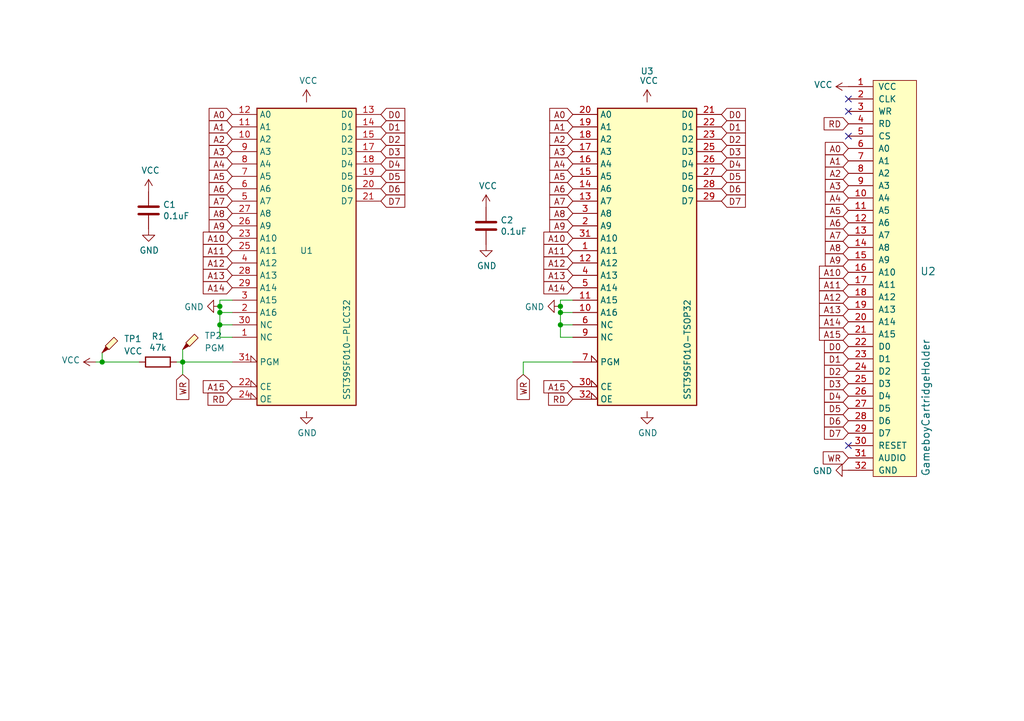
<source format=kicad_sch>
(kicad_sch (version 20230121) (generator eeschema)

  (uuid 6b52d285-036e-4eee-a4a7-86341254cd41)

  (paper "A5")

  (title_block
    (title "Gameboy Cartridge 32k")
    (date "2024-03-23")
    (rev "4")
  )

  (lib_symbols
    (symbol "Connector:TestPoint_Probe" (pin_numbers hide) (pin_names (offset 0.762) hide) (in_bom yes) (on_board yes)
      (property "Reference" "TP" (at 1.651 5.842 0)
        (effects (font (size 1.27 1.27)))
      )
      (property "Value" "TestPoint_Probe" (at 1.651 4.064 0)
        (effects (font (size 1.27 1.27)))
      )
      (property "Footprint" "" (at 5.08 0 0)
        (effects (font (size 1.27 1.27)) hide)
      )
      (property "Datasheet" "~" (at 5.08 0 0)
        (effects (font (size 1.27 1.27)) hide)
      )
      (property "ki_keywords" "test point tp" (at 0 0 0)
        (effects (font (size 1.27 1.27)) hide)
      )
      (property "ki_description" "test point (alternative probe-style design)" (at 0 0 0)
        (effects (font (size 1.27 1.27)) hide)
      )
      (property "ki_fp_filters" "Pin* Test*" (at 0 0 0)
        (effects (font (size 1.27 1.27)) hide)
      )
      (symbol "TestPoint_Probe_0_1"
        (polyline
          (pts
            (xy 1.27 0.762)
            (xy 0 0)
            (xy 0.762 1.27)
            (xy 1.27 0.762)
          )
          (stroke (width 0) (type default))
          (fill (type outline))
        )
        (polyline
          (pts
            (xy 1.397 0.635)
            (xy 0.635 1.397)
            (xy 2.413 3.175)
            (xy 3.175 2.413)
            (xy 1.397 0.635)
          )
          (stroke (width 0) (type default))
          (fill (type background))
        )
      )
      (symbol "TestPoint_Probe_1_1"
        (pin passive line (at 0 0 90) (length 0)
          (name "1" (effects (font (size 1.27 1.27))))
          (number "1" (effects (font (size 1.27 1.27))))
        )
      )
    )
    (symbol "Device:C" (pin_numbers hide) (pin_names (offset 0.254)) (in_bom yes) (on_board yes)
      (property "Reference" "C" (at 0.635 2.54 0)
        (effects (font (size 1.27 1.27)) (justify left))
      )
      (property "Value" "C" (at 0.635 -2.54 0)
        (effects (font (size 1.27 1.27)) (justify left))
      )
      (property "Footprint" "" (at 0.9652 -3.81 0)
        (effects (font (size 1.27 1.27)) hide)
      )
      (property "Datasheet" "~" (at 0 0 0)
        (effects (font (size 1.27 1.27)) hide)
      )
      (property "ki_keywords" "cap capacitor" (at 0 0 0)
        (effects (font (size 1.27 1.27)) hide)
      )
      (property "ki_description" "Unpolarized capacitor" (at 0 0 0)
        (effects (font (size 1.27 1.27)) hide)
      )
      (property "ki_fp_filters" "C_*" (at 0 0 0)
        (effects (font (size 1.27 1.27)) hide)
      )
      (symbol "C_0_1"
        (polyline
          (pts
            (xy -2.032 -0.762)
            (xy 2.032 -0.762)
          )
          (stroke (width 0.508) (type default))
          (fill (type none))
        )
        (polyline
          (pts
            (xy -2.032 0.762)
            (xy 2.032 0.762)
          )
          (stroke (width 0.508) (type default))
          (fill (type none))
        )
      )
      (symbol "C_1_1"
        (pin passive line (at 0 3.81 270) (length 2.794)
          (name "~" (effects (font (size 1.27 1.27))))
          (number "1" (effects (font (size 1.27 1.27))))
        )
        (pin passive line (at 0 -3.81 90) (length 2.794)
          (name "~" (effects (font (size 1.27 1.27))))
          (number "2" (effects (font (size 1.27 1.27))))
        )
      )
    )
    (symbol "Device:R" (pin_numbers hide) (pin_names (offset 0)) (in_bom yes) (on_board yes)
      (property "Reference" "R" (at 2.032 0 90)
        (effects (font (size 1.27 1.27)))
      )
      (property "Value" "R" (at 0 0 90)
        (effects (font (size 1.27 1.27)))
      )
      (property "Footprint" "" (at -1.778 0 90)
        (effects (font (size 1.27 1.27)) hide)
      )
      (property "Datasheet" "~" (at 0 0 0)
        (effects (font (size 1.27 1.27)) hide)
      )
      (property "ki_keywords" "R res resistor" (at 0 0 0)
        (effects (font (size 1.27 1.27)) hide)
      )
      (property "ki_description" "Resistor" (at 0 0 0)
        (effects (font (size 1.27 1.27)) hide)
      )
      (property "ki_fp_filters" "R_*" (at 0 0 0)
        (effects (font (size 1.27 1.27)) hide)
      )
      (symbol "R_0_1"
        (rectangle (start -1.016 -2.54) (end 1.016 2.54)
          (stroke (width 0.254) (type default))
          (fill (type none))
        )
      )
      (symbol "R_1_1"
        (pin passive line (at 0 3.81 270) (length 1.27)
          (name "~" (effects (font (size 1.27 1.27))))
          (number "1" (effects (font (size 1.27 1.27))))
        )
        (pin passive line (at 0 -3.81 90) (length 1.27)
          (name "~" (effects (font (size 1.27 1.27))))
          (number "2" (effects (font (size 1.27 1.27))))
        )
      )
    )
    (symbol "Mechanical:MountingHole" (pin_names (offset 1.016)) (in_bom yes) (on_board yes)
      (property "Reference" "H" (at 0 5.08 0)
        (effects (font (size 1.27 1.27)))
      )
      (property "Value" "MountingHole" (at 0 3.175 0)
        (effects (font (size 1.27 1.27)))
      )
      (property "Footprint" "" (at 0 0 0)
        (effects (font (size 1.27 1.27)) hide)
      )
      (property "Datasheet" "~" (at 0 0 0)
        (effects (font (size 1.27 1.27)) hide)
      )
      (property "ki_keywords" "mounting hole" (at 0 0 0)
        (effects (font (size 1.27 1.27)) hide)
      )
      (property "ki_description" "Mounting Hole without connection" (at 0 0 0)
        (effects (font (size 1.27 1.27)) hide)
      )
      (property "ki_fp_filters" "MountingHole*" (at 0 0 0)
        (effects (font (size 1.27 1.27)) hide)
      )
      (symbol "MountingHole_0_1"
        (circle (center 0 0) (radius 1.27)
          (stroke (width 1.27) (type default))
          (fill (type none))
        )
      )
    )
    (symbol "gameboy:GameboyCartridgeHolder" (pin_names (offset 1.016)) (in_bom yes) (on_board yes)
      (property "Reference" "U" (at 0 -3.81 0)
        (effects (font (size 1.524 1.524)))
      )
      (property "Value" "GameboyCartridgeHolder" (at 0 -6.35 0)
        (effects (font (size 1.524 1.524)))
      )
      (property "Footprint" "" (at 0 0 0)
        (effects (font (size 1.524 1.524)) hide)
      )
      (property "Datasheet" "" (at 0 0 0)
        (effects (font (size 1.524 1.524)) hide)
      )
      (symbol "GameboyCartridgeHolder_0_1"
        (rectangle (start -39.37 6.35) (end 41.91 -2.54)
          (stroke (width 0) (type solid))
          (fill (type background))
        )
      )
      (symbol "GameboyCartridgeHolder_1_1"
        (pin input line (at -38.1 11.43 270) (length 5.08)
          (name "VCC" (effects (font (size 1.27 1.27))))
          (number "1" (effects (font (size 1.27 1.27))))
        )
        (pin input line (at -15.24 11.43 270) (length 5.08)
          (name "A4" (effects (font (size 1.27 1.27))))
          (number "10" (effects (font (size 1.27 1.27))))
        )
        (pin input line (at -12.7 11.43 270) (length 5.08)
          (name "A5" (effects (font (size 1.27 1.27))))
          (number "11" (effects (font (size 1.27 1.27))))
        )
        (pin input line (at -10.16 11.43 270) (length 5.08)
          (name "A6" (effects (font (size 1.27 1.27))))
          (number "12" (effects (font (size 1.27 1.27))))
        )
        (pin input line (at -7.62 11.43 270) (length 5.08)
          (name "A7" (effects (font (size 1.27 1.27))))
          (number "13" (effects (font (size 1.27 1.27))))
        )
        (pin input line (at -5.08 11.43 270) (length 5.08)
          (name "A8" (effects (font (size 1.27 1.27))))
          (number "14" (effects (font (size 1.27 1.27))))
        )
        (pin input line (at -2.54 11.43 270) (length 5.08)
          (name "A9" (effects (font (size 1.27 1.27))))
          (number "15" (effects (font (size 1.27 1.27))))
        )
        (pin input line (at 0 11.43 270) (length 5.08)
          (name "A10" (effects (font (size 1.27 1.27))))
          (number "16" (effects (font (size 1.27 1.27))))
        )
        (pin input line (at 2.54 11.43 270) (length 5.08)
          (name "A11" (effects (font (size 1.27 1.27))))
          (number "17" (effects (font (size 1.27 1.27))))
        )
        (pin input line (at 5.08 11.43 270) (length 5.08)
          (name "A12" (effects (font (size 1.27 1.27))))
          (number "18" (effects (font (size 1.27 1.27))))
        )
        (pin input line (at 7.62 11.43 270) (length 5.08)
          (name "A13" (effects (font (size 1.27 1.27))))
          (number "19" (effects (font (size 1.27 1.27))))
        )
        (pin input line (at -35.56 11.43 270) (length 5.08)
          (name "CLK" (effects (font (size 1.27 1.27))))
          (number "2" (effects (font (size 1.27 1.27))))
        )
        (pin input line (at 10.16 11.43 270) (length 5.08)
          (name "A14" (effects (font (size 1.27 1.27))))
          (number "20" (effects (font (size 1.27 1.27))))
        )
        (pin input line (at 12.7 11.43 270) (length 5.08)
          (name "A15" (effects (font (size 1.27 1.27))))
          (number "21" (effects (font (size 1.27 1.27))))
        )
        (pin input line (at 15.24 11.43 270) (length 5.08)
          (name "D0" (effects (font (size 1.27 1.27))))
          (number "22" (effects (font (size 1.27 1.27))))
        )
        (pin input line (at 17.78 11.43 270) (length 5.08)
          (name "D1" (effects (font (size 1.27 1.27))))
          (number "23" (effects (font (size 1.27 1.27))))
        )
        (pin input line (at 20.32 11.43 270) (length 5.08)
          (name "D2" (effects (font (size 1.27 1.27))))
          (number "24" (effects (font (size 1.27 1.27))))
        )
        (pin input line (at 22.86 11.43 270) (length 5.08)
          (name "D3" (effects (font (size 1.27 1.27))))
          (number "25" (effects (font (size 1.27 1.27))))
        )
        (pin input line (at 25.4 11.43 270) (length 5.08)
          (name "D4" (effects (font (size 1.27 1.27))))
          (number "26" (effects (font (size 1.27 1.27))))
        )
        (pin input line (at 27.94 11.43 270) (length 5.08)
          (name "D5" (effects (font (size 1.27 1.27))))
          (number "27" (effects (font (size 1.27 1.27))))
        )
        (pin input line (at 30.48 11.43 270) (length 5.08)
          (name "D6" (effects (font (size 1.27 1.27))))
          (number "28" (effects (font (size 1.27 1.27))))
        )
        (pin input line (at 33.02 11.43 270) (length 5.08)
          (name "D7" (effects (font (size 1.27 1.27))))
          (number "29" (effects (font (size 1.27 1.27))))
        )
        (pin input line (at -33.02 11.43 270) (length 5.08)
          (name "WR" (effects (font (size 1.27 1.27))))
          (number "3" (effects (font (size 1.27 1.27))))
        )
        (pin input line (at 35.56 11.43 270) (length 5.08)
          (name "RESET" (effects (font (size 1.27 1.27))))
          (number "30" (effects (font (size 1.27 1.27))))
        )
        (pin input line (at 38.1 11.43 270) (length 5.08)
          (name "AUDIO" (effects (font (size 1.27 1.27))))
          (number "31" (effects (font (size 1.27 1.27))))
        )
        (pin input line (at 40.64 11.43 270) (length 5.08)
          (name "GND" (effects (font (size 1.27 1.27))))
          (number "32" (effects (font (size 1.27 1.27))))
        )
        (pin input line (at -30.48 11.43 270) (length 5.08)
          (name "RD" (effects (font (size 1.27 1.27))))
          (number "4" (effects (font (size 1.27 1.27))))
        )
        (pin input line (at -27.94 11.43 270) (length 5.08)
          (name "CS" (effects (font (size 1.27 1.27))))
          (number "5" (effects (font (size 1.27 1.27))))
        )
        (pin input line (at -25.4 11.43 270) (length 5.08)
          (name "A0" (effects (font (size 1.27 1.27))))
          (number "6" (effects (font (size 1.27 1.27))))
        )
        (pin input line (at -22.86 11.43 270) (length 5.08)
          (name "A1" (effects (font (size 1.27 1.27))))
          (number "7" (effects (font (size 1.27 1.27))))
        )
        (pin input line (at -20.32 11.43 270) (length 5.08)
          (name "A2" (effects (font (size 1.27 1.27))))
          (number "8" (effects (font (size 1.27 1.27))))
        )
        (pin input line (at -17.78 11.43 270) (length 5.08)
          (name "A3" (effects (font (size 1.27 1.27))))
          (number "9" (effects (font (size 1.27 1.27))))
        )
      )
    )
    (symbol "gb-cart-sst39sf010-rescue:SST39SF010-Memory_Flash" (in_bom yes) (on_board yes)
      (property "Reference" "U" (at 2.54 33.02 0)
        (effects (font (size 1.27 1.27)))
      )
      (property "Value" "Memory_Flash_SST39SF010" (at 0 -30.48 0)
        (effects (font (size 1.27 1.27)))
      )
      (property "Footprint" "" (at 0 7.62 0)
        (effects (font (size 1.27 1.27)) hide)
      )
      (property "Datasheet" "" (at 0 7.62 0)
        (effects (font (size 1.27 1.27)) hide)
      )
      (symbol "SST39SF010-Memory_Flash_0_0"
        (pin power_in line (at 0 -30.48 90) (length 1.27) hide
          (name "GND" (effects (font (size 1.27 1.27))))
          (number "16" (effects (font (size 1.27 1.27))))
        )
        (pin power_in line (at 0 33.02 270) (length 1.27) hide
          (name "VCC" (effects (font (size 1.27 1.27))))
          (number "32" (effects (font (size 1.27 1.27))))
        )
      )
      (symbol "SST39SF010-Memory_Flash_0_1"
        (rectangle (start -10.16 31.75) (end 10.16 -29.21)
          (stroke (width 0.254) (type solid))
          (fill (type background))
        )
      )
      (symbol "SST39SF010-Memory_Flash_1_1"
        (pin input line (at -15.24 -15.24 0) (length 5.08)
          (name "NC" (effects (font (size 1.27 1.27))))
          (number "1" (effects (font (size 1.27 1.27))))
        )
        (pin input line (at -15.24 25.4 0) (length 5.08)
          (name "A2" (effects (font (size 1.27 1.27))))
          (number "10" (effects (font (size 1.27 1.27))))
        )
        (pin input line (at -15.24 27.94 0) (length 5.08)
          (name "A1" (effects (font (size 1.27 1.27))))
          (number "11" (effects (font (size 1.27 1.27))))
        )
        (pin input line (at -15.24 30.48 0) (length 5.08)
          (name "A0" (effects (font (size 1.27 1.27))))
          (number "12" (effects (font (size 1.27 1.27))))
        )
        (pin tri_state line (at 15.24 30.48 180) (length 5.08)
          (name "D0" (effects (font (size 1.27 1.27))))
          (number "13" (effects (font (size 1.27 1.27))))
        )
        (pin tri_state line (at 15.24 27.94 180) (length 5.08)
          (name "D1" (effects (font (size 1.27 1.27))))
          (number "14" (effects (font (size 1.27 1.27))))
        )
        (pin tri_state line (at 15.24 25.4 180) (length 5.08)
          (name "D2" (effects (font (size 1.27 1.27))))
          (number "15" (effects (font (size 1.27 1.27))))
        )
        (pin tri_state line (at 15.24 22.86 180) (length 5.08)
          (name "D3" (effects (font (size 1.27 1.27))))
          (number "17" (effects (font (size 1.27 1.27))))
        )
        (pin tri_state line (at 15.24 20.32 180) (length 5.08)
          (name "D4" (effects (font (size 1.27 1.27))))
          (number "18" (effects (font (size 1.27 1.27))))
        )
        (pin tri_state line (at 15.24 17.78 180) (length 5.08)
          (name "D5" (effects (font (size 1.27 1.27))))
          (number "19" (effects (font (size 1.27 1.27))))
        )
        (pin input line (at -15.24 -10.16 0) (length 5.08)
          (name "A16" (effects (font (size 1.27 1.27))))
          (number "2" (effects (font (size 1.27 1.27))))
        )
        (pin tri_state line (at 15.24 15.24 180) (length 5.08)
          (name "D6" (effects (font (size 1.27 1.27))))
          (number "20" (effects (font (size 1.27 1.27))))
        )
        (pin tri_state line (at 15.24 12.7 180) (length 5.08)
          (name "D7" (effects (font (size 1.27 1.27))))
          (number "21" (effects (font (size 1.27 1.27))))
        )
        (pin input input_low (at -15.24 -25.4 0) (length 5.08)
          (name "CE" (effects (font (size 1.27 1.27))))
          (number "22" (effects (font (size 1.27 1.27))))
        )
        (pin input line (at -15.24 5.08 0) (length 5.08)
          (name "A10" (effects (font (size 1.27 1.27))))
          (number "23" (effects (font (size 1.27 1.27))))
        )
        (pin input input_low (at -15.24 -27.94 0) (length 5.08)
          (name "OE" (effects (font (size 1.27 1.27))))
          (number "24" (effects (font (size 1.27 1.27))))
        )
        (pin input line (at -15.24 2.54 0) (length 5.08)
          (name "A11" (effects (font (size 1.27 1.27))))
          (number "25" (effects (font (size 1.27 1.27))))
        )
        (pin input line (at -15.24 7.62 0) (length 5.08)
          (name "A9" (effects (font (size 1.27 1.27))))
          (number "26" (effects (font (size 1.27 1.27))))
        )
        (pin input line (at -15.24 10.16 0) (length 5.08)
          (name "A8" (effects (font (size 1.27 1.27))))
          (number "27" (effects (font (size 1.27 1.27))))
        )
        (pin input line (at -15.24 -2.54 0) (length 5.08)
          (name "A13" (effects (font (size 1.27 1.27))))
          (number "28" (effects (font (size 1.27 1.27))))
        )
        (pin input line (at -15.24 -5.08 0) (length 5.08)
          (name "A14" (effects (font (size 1.27 1.27))))
          (number "29" (effects (font (size 1.27 1.27))))
        )
        (pin input line (at -15.24 -7.62 0) (length 5.08)
          (name "A15" (effects (font (size 1.27 1.27))))
          (number "3" (effects (font (size 1.27 1.27))))
        )
        (pin input line (at -15.24 -12.7 0) (length 5.08)
          (name "NC" (effects (font (size 1.27 1.27))))
          (number "30" (effects (font (size 1.27 1.27))))
        )
        (pin input input_low (at -15.24 -20.32 0) (length 5.08)
          (name "PGM" (effects (font (size 1.27 1.27))))
          (number "31" (effects (font (size 1.27 1.27))))
        )
        (pin input line (at -15.24 0 0) (length 5.08)
          (name "A12" (effects (font (size 1.27 1.27))))
          (number "4" (effects (font (size 1.27 1.27))))
        )
        (pin input line (at -15.24 12.7 0) (length 5.08)
          (name "A7" (effects (font (size 1.27 1.27))))
          (number "5" (effects (font (size 1.27 1.27))))
        )
        (pin input line (at -15.24 15.24 0) (length 5.08)
          (name "A6" (effects (font (size 1.27 1.27))))
          (number "6" (effects (font (size 1.27 1.27))))
        )
        (pin input line (at -15.24 17.78 0) (length 5.08)
          (name "A5" (effects (font (size 1.27 1.27))))
          (number "7" (effects (font (size 1.27 1.27))))
        )
        (pin input line (at -15.24 20.32 0) (length 5.08)
          (name "A4" (effects (font (size 1.27 1.27))))
          (number "8" (effects (font (size 1.27 1.27))))
        )
        (pin input line (at -15.24 22.86 0) (length 5.08)
          (name "A3" (effects (font (size 1.27 1.27))))
          (number "9" (effects (font (size 1.27 1.27))))
        )
      )
    )
    (symbol "power:GND" (power) (pin_names (offset 0)) (in_bom yes) (on_board yes)
      (property "Reference" "#PWR" (at 0 -6.35 0)
        (effects (font (size 1.27 1.27)) hide)
      )
      (property "Value" "GND" (at 0 -3.81 0)
        (effects (font (size 1.27 1.27)))
      )
      (property "Footprint" "" (at 0 0 0)
        (effects (font (size 1.27 1.27)) hide)
      )
      (property "Datasheet" "" (at 0 0 0)
        (effects (font (size 1.27 1.27)) hide)
      )
      (property "ki_keywords" "global power" (at 0 0 0)
        (effects (font (size 1.27 1.27)) hide)
      )
      (property "ki_description" "Power symbol creates a global label with name \"GND\" , ground" (at 0 0 0)
        (effects (font (size 1.27 1.27)) hide)
      )
      (symbol "GND_0_1"
        (polyline
          (pts
            (xy 0 0)
            (xy 0 -1.27)
            (xy 1.27 -1.27)
            (xy 0 -2.54)
            (xy -1.27 -1.27)
            (xy 0 -1.27)
          )
          (stroke (width 0) (type default))
          (fill (type none))
        )
      )
      (symbol "GND_1_1"
        (pin power_in line (at 0 0 270) (length 0) hide
          (name "GND" (effects (font (size 1.27 1.27))))
          (number "1" (effects (font (size 1.27 1.27))))
        )
      )
    )
    (symbol "power:PWR_FLAG" (power) (pin_numbers hide) (pin_names (offset 0) hide) (in_bom yes) (on_board yes)
      (property "Reference" "#FLG" (at 0 1.905 0)
        (effects (font (size 1.27 1.27)) hide)
      )
      (property "Value" "PWR_FLAG" (at 0 3.81 0)
        (effects (font (size 1.27 1.27)))
      )
      (property "Footprint" "" (at 0 0 0)
        (effects (font (size 1.27 1.27)) hide)
      )
      (property "Datasheet" "~" (at 0 0 0)
        (effects (font (size 1.27 1.27)) hide)
      )
      (property "ki_keywords" "flag power" (at 0 0 0)
        (effects (font (size 1.27 1.27)) hide)
      )
      (property "ki_description" "Special symbol for telling ERC where power comes from" (at 0 0 0)
        (effects (font (size 1.27 1.27)) hide)
      )
      (symbol "PWR_FLAG_0_0"
        (pin power_out line (at 0 0 90) (length 0)
          (name "pwr" (effects (font (size 1.27 1.27))))
          (number "1" (effects (font (size 1.27 1.27))))
        )
      )
      (symbol "PWR_FLAG_0_1"
        (polyline
          (pts
            (xy 0 0)
            (xy 0 1.27)
            (xy -1.016 1.905)
            (xy 0 2.54)
            (xy 1.016 1.905)
            (xy 0 1.27)
          )
          (stroke (width 0) (type default))
          (fill (type none))
        )
      )
    )
    (symbol "power:VCC" (power) (pin_names (offset 0)) (in_bom yes) (on_board yes)
      (property "Reference" "#PWR" (at 0 -3.81 0)
        (effects (font (size 1.27 1.27)) hide)
      )
      (property "Value" "VCC" (at 0 3.81 0)
        (effects (font (size 1.27 1.27)))
      )
      (property "Footprint" "" (at 0 0 0)
        (effects (font (size 1.27 1.27)) hide)
      )
      (property "Datasheet" "" (at 0 0 0)
        (effects (font (size 1.27 1.27)) hide)
      )
      (property "ki_keywords" "global power" (at 0 0 0)
        (effects (font (size 1.27 1.27)) hide)
      )
      (property "ki_description" "Power symbol creates a global label with name \"VCC\"" (at 0 0 0)
        (effects (font (size 1.27 1.27)) hide)
      )
      (symbol "VCC_0_1"
        (polyline
          (pts
            (xy -0.762 1.27)
            (xy 0 2.54)
          )
          (stroke (width 0) (type default))
          (fill (type none))
        )
        (polyline
          (pts
            (xy 0 0)
            (xy 0 2.54)
          )
          (stroke (width 0) (type default))
          (fill (type none))
        )
        (polyline
          (pts
            (xy 0 2.54)
            (xy 0.762 1.27)
          )
          (stroke (width 0) (type default))
          (fill (type none))
        )
      )
      (symbol "VCC_1_1"
        (pin power_in line (at 0 0 90) (length 0) hide
          (name "VCC" (effects (font (size 1.27 1.27))))
          (number "1" (effects (font (size 1.27 1.27))))
        )
      )
    )
    (symbol "sst39sf010_tsop:sst39sf010_tsop" (in_bom yes) (on_board yes)
      (property "Reference" "U" (at 2.54 33.02 0)
        (effects (font (size 1.27 1.27)))
      )
      (property "Value" "sst39sf010_tsop" (at 0 -30.48 0)
        (effects (font (size 1.27 1.27)))
      )
      (property "Footprint" "" (at 0 7.62 0)
        (effects (font (size 1.27 1.27)) hide)
      )
      (property "Datasheet" "http://ww1.microchip.com/downloads/en/DeviceDoc/25022B.pdf" (at 0 7.62 0)
        (effects (font (size 1.27 1.27)) hide)
      )
      (property "ki_keywords" "128k flash rom" (at 0 0 0)
        (effects (font (size 1.27 1.27)) hide)
      )
      (property "ki_description" "Silicon Storage Technology (SSF) 128k x 8 Flash ROM" (at 0 0 0)
        (effects (font (size 1.27 1.27)) hide)
      )
      (symbol "sst39sf010_tsop_0_0"
        (pin power_in line (at 0 -30.48 90) (length 1.27) hide
          (name "GND" (effects (font (size 1.27 1.27))))
          (number "24" (effects (font (size 1.27 1.27))))
        )
        (pin power_in line (at 0 33.02 270) (length 1.27) hide
          (name "VCC" (effects (font (size 1.27 1.27))))
          (number "8" (effects (font (size 1.27 1.27))))
        )
      )
      (symbol "sst39sf010_tsop_0_1"
        (rectangle (start -10.16 31.75) (end 10.16 -29.21)
          (stroke (width 0.254) (type solid))
          (fill (type background))
        )
      )
      (symbol "sst39sf010_tsop_1_1"
        (pin input line (at -15.24 2.54 0) (length 5.08)
          (name "A11" (effects (font (size 1.27 1.27))))
          (number "1" (effects (font (size 1.27 1.27))))
        )
        (pin input line (at -15.24 -10.16 0) (length 5.08)
          (name "A16" (effects (font (size 1.27 1.27))))
          (number "10" (effects (font (size 1.27 1.27))))
        )
        (pin input line (at -15.24 -7.62 0) (length 5.08)
          (name "A15" (effects (font (size 1.27 1.27))))
          (number "11" (effects (font (size 1.27 1.27))))
        )
        (pin input line (at -15.24 0 0) (length 5.08)
          (name "A12" (effects (font (size 1.27 1.27))))
          (number "12" (effects (font (size 1.27 1.27))))
        )
        (pin input line (at -15.24 12.7 0) (length 5.08)
          (name "A7" (effects (font (size 1.27 1.27))))
          (number "13" (effects (font (size 1.27 1.27))))
        )
        (pin input line (at -15.24 15.24 0) (length 5.08)
          (name "A6" (effects (font (size 1.27 1.27))))
          (number "14" (effects (font (size 1.27 1.27))))
        )
        (pin input line (at -15.24 17.78 0) (length 5.08)
          (name "A5" (effects (font (size 1.27 1.27))))
          (number "15" (effects (font (size 1.27 1.27))))
        )
        (pin input line (at -15.24 20.32 0) (length 5.08)
          (name "A4" (effects (font (size 1.27 1.27))))
          (number "16" (effects (font (size 1.27 1.27))))
        )
        (pin input line (at -15.24 22.86 0) (length 5.08)
          (name "A3" (effects (font (size 1.27 1.27))))
          (number "17" (effects (font (size 1.27 1.27))))
        )
        (pin input line (at -15.24 25.4 0) (length 5.08)
          (name "A2" (effects (font (size 1.27 1.27))))
          (number "18" (effects (font (size 1.27 1.27))))
        )
        (pin input line (at -15.24 27.94 0) (length 5.08)
          (name "A1" (effects (font (size 1.27 1.27))))
          (number "19" (effects (font (size 1.27 1.27))))
        )
        (pin input line (at -15.24 7.62 0) (length 5.08)
          (name "A9" (effects (font (size 1.27 1.27))))
          (number "2" (effects (font (size 1.27 1.27))))
        )
        (pin input line (at -15.24 30.48 0) (length 5.08)
          (name "A0" (effects (font (size 1.27 1.27))))
          (number "20" (effects (font (size 1.27 1.27))))
        )
        (pin tri_state line (at 15.24 30.48 180) (length 5.08)
          (name "D0" (effects (font (size 1.27 1.27))))
          (number "21" (effects (font (size 1.27 1.27))))
        )
        (pin tri_state line (at 15.24 27.94 180) (length 5.08)
          (name "D1" (effects (font (size 1.27 1.27))))
          (number "22" (effects (font (size 1.27 1.27))))
        )
        (pin tri_state line (at 15.24 25.4 180) (length 5.08)
          (name "D2" (effects (font (size 1.27 1.27))))
          (number "23" (effects (font (size 1.27 1.27))))
        )
        (pin tri_state line (at 15.24 22.86 180) (length 5.08)
          (name "D3" (effects (font (size 1.27 1.27))))
          (number "25" (effects (font (size 1.27 1.27))))
        )
        (pin tri_state line (at 15.24 20.32 180) (length 5.08)
          (name "D4" (effects (font (size 1.27 1.27))))
          (number "26" (effects (font (size 1.27 1.27))))
        )
        (pin tri_state line (at 15.24 17.78 180) (length 5.08)
          (name "D5" (effects (font (size 1.27 1.27))))
          (number "27" (effects (font (size 1.27 1.27))))
        )
        (pin tri_state line (at 15.24 15.24 180) (length 5.08)
          (name "D6" (effects (font (size 1.27 1.27))))
          (number "28" (effects (font (size 1.27 1.27))))
        )
        (pin tri_state line (at 15.24 12.7 180) (length 5.08)
          (name "D7" (effects (font (size 1.27 1.27))))
          (number "29" (effects (font (size 1.27 1.27))))
        )
        (pin input line (at -15.24 10.16 0) (length 5.08)
          (name "A8" (effects (font (size 1.27 1.27))))
          (number "3" (effects (font (size 1.27 1.27))))
        )
        (pin input input_low (at -15.24 -25.4 0) (length 5.08)
          (name "CE" (effects (font (size 1.27 1.27))))
          (number "30" (effects (font (size 1.27 1.27))))
        )
        (pin input line (at -15.24 5.08 0) (length 5.08)
          (name "A10" (effects (font (size 1.27 1.27))))
          (number "31" (effects (font (size 1.27 1.27))))
        )
        (pin input input_low (at -15.24 -27.94 0) (length 5.08)
          (name "OE" (effects (font (size 1.27 1.27))))
          (number "32" (effects (font (size 1.27 1.27))))
        )
        (pin input line (at -15.24 -2.54 0) (length 5.08)
          (name "A13" (effects (font (size 1.27 1.27))))
          (number "4" (effects (font (size 1.27 1.27))))
        )
        (pin input line (at -15.24 -5.08 0) (length 5.08)
          (name "A14" (effects (font (size 1.27 1.27))))
          (number "5" (effects (font (size 1.27 1.27))))
        )
        (pin input line (at -15.24 -12.7 0) (length 5.08)
          (name "NC" (effects (font (size 1.27 1.27))))
          (number "6" (effects (font (size 1.27 1.27))))
        )
        (pin input input_low (at -15.24 -20.32 0) (length 5.08)
          (name "PGM" (effects (font (size 1.27 1.27))))
          (number "7" (effects (font (size 1.27 1.27))))
        )
        (pin input line (at -15.24 -15.24 0) (length 5.08)
          (name "NC" (effects (font (size 1.27 1.27))))
          (number "9" (effects (font (size 1.27 1.27))))
        )
      )
    )
  )

  (junction (at 45.085 66.675) (diameter 0) (color 0 0 0 0)
    (uuid 01f922b5-6278-4f08-a7d9-c8158b0ead1f)
  )
  (junction (at 114.935 66.675) (diameter 0) (color 0 0 0 0)
    (uuid 31c5fec1-9d45-4484-9090-68e1cefcbd00)
  )
  (junction (at 114.935 64.135) (diameter 0) (color 0 0 0 0)
    (uuid 55658a6f-3ad8-4d5d-938c-60e7ecb8ce4e)
  )
  (junction (at 114.935 62.865) (diameter 0) (color 0 0 0 0)
    (uuid 7f1665b6-58aa-4857-9a2d-16f9e53d8124)
  )
  (junction (at 20.955 74.295) (diameter 0) (color 0 0 0 0)
    (uuid 89586449-8b37-4279-8800-332d8c157614)
  )
  (junction (at 37.465 74.295) (diameter 0) (color 0 0 0 0)
    (uuid c056c3fe-efa2-4f91-9db6-7cd2a05f426b)
  )
  (junction (at 45.085 64.135) (diameter 0) (color 0 0 0 0)
    (uuid c05d772b-08b0-49aa-8db8-a5b4a87e49a1)
  )
  (junction (at 45.085 62.865) (diameter 0) (color 0 0 0 0)
    (uuid d4adb913-fbd0-4d95-86d6-f9a979a771dc)
  )

  (no_connect (at 173.99 27.94) (uuid 05b51dda-167a-4042-97f5-0d242fa975cf))
  (no_connect (at 173.99 91.44) (uuid 1e74b0c9-7756-41d2-bdd4-717b05861eac))
  (no_connect (at 173.99 20.32) (uuid 2f9e0c80-0a2d-4ca3-8322-b58d5573953e))
  (no_connect (at 173.99 22.86) (uuid baf7e145-16cf-4b17-a41d-de97beeb9c74))

  (wire (pts (xy 37.465 71.755) (xy 37.465 74.295))
    (stroke (width 0) (type default))
    (uuid 12920162-d61a-43a5-9d45-0b5bd2848a65)
  )
  (wire (pts (xy 45.085 64.135) (xy 47.625 64.135))
    (stroke (width 0) (type default))
    (uuid 14bf123c-1764-4905-b43f-8e010ce4f0e0)
  )
  (wire (pts (xy 36.195 74.295) (xy 37.465 74.295))
    (stroke (width 0) (type default))
    (uuid 15d39c5c-f696-4002-ae42-059a5674cd9d)
  )
  (wire (pts (xy 47.625 61.595) (xy 45.085 61.595))
    (stroke (width 0) (type default))
    (uuid 2b7a189b-61dd-44a0-b8ca-be932edd8c00)
  )
  (wire (pts (xy 107.315 76.835) (xy 107.315 74.295))
    (stroke (width 0) (type default))
    (uuid 3caceaa6-f9a8-4b34-9ecc-967c8abce56d)
  )
  (wire (pts (xy 20.955 74.295) (xy 28.575 74.295))
    (stroke (width 0) (type default))
    (uuid 41408798-c8ee-45b7-b6e5-89754f235fe7)
  )
  (wire (pts (xy 114.935 62.865) (xy 114.935 64.135))
    (stroke (width 0) (type default))
    (uuid 46a68d97-2d60-439a-b9ea-6ee108a73088)
  )
  (wire (pts (xy 114.935 64.135) (xy 114.935 66.675))
    (stroke (width 0) (type default))
    (uuid 4c0f5834-bd2b-4da2-a504-2a196fa722ae)
  )
  (wire (pts (xy 45.085 64.135) (xy 45.085 66.675))
    (stroke (width 0) (type default))
    (uuid 5d732edb-5395-463e-a312-af4198dc16cd)
  )
  (wire (pts (xy 114.935 61.595) (xy 114.935 62.865))
    (stroke (width 0) (type default))
    (uuid 6a11c119-46ee-4cbc-82ef-32609f9c02e8)
  )
  (wire (pts (xy 37.465 74.295) (xy 47.625 74.295))
    (stroke (width 0) (type default))
    (uuid 721fe8fb-203a-4b82-8d14-638fc771c27e)
  )
  (wire (pts (xy 114.935 69.215) (xy 117.475 69.215))
    (stroke (width 0) (type default))
    (uuid 72b56992-49d3-45ac-b453-3c894062f7c6)
  )
  (wire (pts (xy 20.955 72.39) (xy 20.955 74.295))
    (stroke (width 0) (type default))
    (uuid 787bd3f7-15a3-497e-99f0-4f2c110b4900)
  )
  (wire (pts (xy 45.085 62.865) (xy 45.085 64.135))
    (stroke (width 0) (type default))
    (uuid 8022fe32-1c5f-42f6-8b89-c7ce61015dce)
  )
  (wire (pts (xy 114.935 66.675) (xy 117.475 66.675))
    (stroke (width 0) (type default))
    (uuid 891e780d-af89-4f10-be8c-a0bbefac4af1)
  )
  (wire (pts (xy 114.935 64.135) (xy 117.475 64.135))
    (stroke (width 0) (type default))
    (uuid 92136418-1f8b-42ac-a06e-90dd0099142a)
  )
  (wire (pts (xy 114.935 66.675) (xy 114.935 69.215))
    (stroke (width 0) (type default))
    (uuid 95fb8d33-888a-4530-8ace-d980deaa4eb8)
  )
  (wire (pts (xy 19.685 74.295) (xy 20.955 74.295))
    (stroke (width 0) (type default))
    (uuid 98806a62-34a0-467c-b457-8f557ebca7a1)
  )
  (wire (pts (xy 117.475 61.595) (xy 114.935 61.595))
    (stroke (width 0) (type default))
    (uuid ab7b7209-d759-4e14-aa67-0ebec013db60)
  )
  (wire (pts (xy 107.315 74.295) (xy 117.475 74.295))
    (stroke (width 0) (type default))
    (uuid ac648ce2-c550-40f8-830b-d8846cfa8cea)
  )
  (wire (pts (xy 45.085 66.675) (xy 45.085 69.215))
    (stroke (width 0) (type default))
    (uuid b1907935-95a9-43ea-9781-44de6a720a0f)
  )
  (wire (pts (xy 45.085 69.215) (xy 47.625 69.215))
    (stroke (width 0) (type default))
    (uuid b70ea5dd-b7cf-49fa-97f3-c396deb7000e)
  )
  (wire (pts (xy 37.465 76.835) (xy 37.465 74.295))
    (stroke (width 0) (type default))
    (uuid ceeeed9c-dd5a-4d2a-a674-8f700f84e9cb)
  )
  (wire (pts (xy 45.085 66.675) (xy 47.625 66.675))
    (stroke (width 0) (type default))
    (uuid d3bd7789-c31c-400f-ab98-e06b88dba3e4)
  )
  (wire (pts (xy 45.085 61.595) (xy 45.085 62.865))
    (stroke (width 0) (type default))
    (uuid eca2092b-d864-4a94-87bd-1bef00706380)
  )

  (global_label "A15" (shape input) (at 47.625 79.375 180)
    (effects (font (size 1.27 1.27)) (justify right))
    (uuid 035715dc-4a87-4528-8122-60a9084beb5a)
    (property "Intersheetrefs" "${INTERSHEET_REFS}" (at 47.625 79.375 0)
      (effects (font (size 1.27 1.27)) hide)
    )
  )
  (global_label "D0" (shape input) (at 173.99 71.12 180)
    (effects (font (size 1.27 1.27)) (justify right))
    (uuid 039b2ae9-af46-40c1-9cc9-77acc7c0d15b)
    (property "Intersheetrefs" "${INTERSHEET_REFS}" (at 173.99 71.12 0)
      (effects (font (size 1.27 1.27)) hide)
    )
  )
  (global_label "A11" (shape input) (at 117.475 51.435 180)
    (effects (font (size 1.27 1.27)) (justify right))
    (uuid 045144e2-25e6-4636-99fd-2ce3d847b8f4)
    (property "Intersheetrefs" "${INTERSHEET_REFS}" (at 117.475 51.435 0)
      (effects (font (size 1.27 1.27)) hide)
    )
  )
  (global_label "A11" (shape input) (at 173.99 58.42 180)
    (effects (font (size 1.27 1.27)) (justify right))
    (uuid 0651c243-d7f3-43d2-bbb6-7261a6f3f891)
    (property "Intersheetrefs" "${INTERSHEET_REFS}" (at 173.99 58.42 0)
      (effects (font (size 1.27 1.27)) hide)
    )
  )
  (global_label "A7" (shape input) (at 173.99 48.26 180)
    (effects (font (size 1.27 1.27)) (justify right))
    (uuid 06eb653d-8738-45fa-bfa7-1ab16c8982dc)
    (property "Intersheetrefs" "${INTERSHEET_REFS}" (at 173.99 48.26 0)
      (effects (font (size 1.27 1.27)) hide)
    )
  )
  (global_label "D2" (shape input) (at 78.105 28.575 0)
    (effects (font (size 1.27 1.27)) (justify left))
    (uuid 09764ddc-493f-4089-a535-938d1f3a0c80)
    (property "Intersheetrefs" "${INTERSHEET_REFS}" (at 78.105 28.575 0)
      (effects (font (size 1.27 1.27)) hide)
    )
  )
  (global_label "A2" (shape input) (at 117.475 28.575 180)
    (effects (font (size 1.27 1.27)) (justify right))
    (uuid 0c8195f2-839e-4f89-bfa7-cf520ad8fb5a)
    (property "Intersheetrefs" "${INTERSHEET_REFS}" (at 117.475 28.575 0)
      (effects (font (size 1.27 1.27)) hide)
    )
  )
  (global_label "A3" (shape input) (at 117.475 31.115 180)
    (effects (font (size 1.27 1.27)) (justify right))
    (uuid 0ded5a05-fea9-45a7-aa9c-349d695f8b8f)
    (property "Intersheetrefs" "${INTERSHEET_REFS}" (at 117.475 31.115 0)
      (effects (font (size 1.27 1.27)) hide)
    )
  )
  (global_label "D2" (shape input) (at 147.955 28.575 0)
    (effects (font (size 1.27 1.27)) (justify left))
    (uuid 0ef56a72-4791-4b60-8e5b-d02b4f006f22)
    (property "Intersheetrefs" "${INTERSHEET_REFS}" (at 147.955 28.575 0)
      (effects (font (size 1.27 1.27)) hide)
    )
  )
  (global_label "A1" (shape input) (at 173.99 33.02 180)
    (effects (font (size 1.27 1.27)) (justify right))
    (uuid 0f1599ce-beab-4289-94ab-02fb7fc58dc4)
    (property "Intersheetrefs" "${INTERSHEET_REFS}" (at 173.99 33.02 0)
      (effects (font (size 1.27 1.27)) hide)
    )
  )
  (global_label "A0" (shape input) (at 47.625 23.495 180)
    (effects (font (size 1.27 1.27)) (justify right))
    (uuid 127573a6-f0a6-4552-887e-82deeeb846ab)
    (property "Intersheetrefs" "${INTERSHEET_REFS}" (at 47.625 23.495 0)
      (effects (font (size 1.27 1.27)) hide)
    )
  )
  (global_label "A1" (shape input) (at 47.625 26.035 180)
    (effects (font (size 1.27 1.27)) (justify right))
    (uuid 175d326a-1a05-4c9a-b235-5568279ca096)
    (property "Intersheetrefs" "${INTERSHEET_REFS}" (at 47.625 26.035 0)
      (effects (font (size 1.27 1.27)) hide)
    )
  )
  (global_label "WR" (shape input) (at 107.315 76.835 270)
    (effects (font (size 1.27 1.27)) (justify right))
    (uuid 17f74596-b78a-4bf9-9f62-e0aea225c83c)
    (property "Intersheetrefs" "${INTERSHEET_REFS}" (at 107.315 76.835 0)
      (effects (font (size 1.27 1.27)) hide)
    )
  )
  (global_label "A2" (shape input) (at 173.99 35.56 180)
    (effects (font (size 1.27 1.27)) (justify right))
    (uuid 1b6c93ae-82f0-4c21-9e87-10257a7d0aaf)
    (property "Intersheetrefs" "${INTERSHEET_REFS}" (at 173.99 35.56 0)
      (effects (font (size 1.27 1.27)) hide)
    )
  )
  (global_label "A1" (shape input) (at 117.475 26.035 180)
    (effects (font (size 1.27 1.27)) (justify right))
    (uuid 20a3d942-0192-45f0-b1bc-213553958c8c)
    (property "Intersheetrefs" "${INTERSHEET_REFS}" (at 117.475 26.035 0)
      (effects (font (size 1.27 1.27)) hide)
    )
  )
  (global_label "D1" (shape input) (at 173.99 73.66 180)
    (effects (font (size 1.27 1.27)) (justify right))
    (uuid 24107c5a-1209-4477-967c-b47ecb3a0bcb)
    (property "Intersheetrefs" "${INTERSHEET_REFS}" (at 173.99 73.66 0)
      (effects (font (size 1.27 1.27)) hide)
    )
  )
  (global_label "A9" (shape input) (at 173.99 53.34 180)
    (effects (font (size 1.27 1.27)) (justify right))
    (uuid 348c933c-8aa9-4d0a-990c-867b58d6603a)
    (property "Intersheetrefs" "${INTERSHEET_REFS}" (at 173.99 53.34 0)
      (effects (font (size 1.27 1.27)) hide)
    )
  )
  (global_label "D7" (shape input) (at 173.99 88.9 180)
    (effects (font (size 1.27 1.27)) (justify right))
    (uuid 428d0da1-083f-4615-8fcc-21df984b4069)
    (property "Intersheetrefs" "${INTERSHEET_REFS}" (at 173.99 88.9 0)
      (effects (font (size 1.27 1.27)) hide)
    )
  )
  (global_label "D0" (shape input) (at 147.955 23.495 0)
    (effects (font (size 1.27 1.27)) (justify left))
    (uuid 46bcfc26-205b-4c28-96df-02686fe5fa08)
    (property "Intersheetrefs" "${INTERSHEET_REFS}" (at 147.955 23.495 0)
      (effects (font (size 1.27 1.27)) hide)
    )
  )
  (global_label "A13" (shape input) (at 173.99 63.5 180)
    (effects (font (size 1.27 1.27)) (justify right))
    (uuid 491472db-f723-4202-ab28-5bfe97edec96)
    (property "Intersheetrefs" "${INTERSHEET_REFS}" (at 173.99 63.5 0)
      (effects (font (size 1.27 1.27)) hide)
    )
  )
  (global_label "A0" (shape input) (at 173.99 30.48 180)
    (effects (font (size 1.27 1.27)) (justify right))
    (uuid 4e00e157-e1ec-45b8-bd46-17531ddd0cba)
    (property "Intersheetrefs" "${INTERSHEET_REFS}" (at 173.99 30.48 0)
      (effects (font (size 1.27 1.27)) hide)
    )
  )
  (global_label "WR" (shape input) (at 173.99 93.98 180)
    (effects (font (size 1.27 1.27)) (justify right))
    (uuid 562b06f8-8a4b-41e9-ba65-c45c8c05a6b1)
    (property "Intersheetrefs" "${INTERSHEET_REFS}" (at 173.99 93.98 0)
      (effects (font (size 1.27 1.27)) hide)
    )
  )
  (global_label "A14" (shape input) (at 47.625 59.055 180)
    (effects (font (size 1.27 1.27)) (justify right))
    (uuid 56aa992f-c444-41d4-bdd0-39622352acb5)
    (property "Intersheetrefs" "${INTERSHEET_REFS}" (at 47.625 59.055 0)
      (effects (font (size 1.27 1.27)) hide)
    )
  )
  (global_label "A14" (shape input) (at 173.99 66.04 180)
    (effects (font (size 1.27 1.27)) (justify right))
    (uuid 59cdc0e2-876d-481c-b559-786b750a9c33)
    (property "Intersheetrefs" "${INTERSHEET_REFS}" (at 173.99 66.04 0)
      (effects (font (size 1.27 1.27)) hide)
    )
  )
  (global_label "D7" (shape input) (at 147.955 41.275 0)
    (effects (font (size 1.27 1.27)) (justify left))
    (uuid 5d93d19d-8030-4461-8910-8f4480d1e6ab)
    (property "Intersheetrefs" "${INTERSHEET_REFS}" (at 147.955 41.275 0)
      (effects (font (size 1.27 1.27)) hide)
    )
  )
  (global_label "D4" (shape input) (at 173.99 81.28 180)
    (effects (font (size 1.27 1.27)) (justify right))
    (uuid 5eca6600-abcb-404b-9557-227f7f77b4e8)
    (property "Intersheetrefs" "${INTERSHEET_REFS}" (at 173.99 81.28 0)
      (effects (font (size 1.27 1.27)) hide)
    )
  )
  (global_label "A10" (shape input) (at 117.475 48.895 180)
    (effects (font (size 1.27 1.27)) (justify right))
    (uuid 625274d9-c2d7-4b0d-97ec-284d8d76edea)
    (property "Intersheetrefs" "${INTERSHEET_REFS}" (at 117.475 48.895 0)
      (effects (font (size 1.27 1.27)) hide)
    )
  )
  (global_label "A8" (shape input) (at 117.475 43.815 180)
    (effects (font (size 1.27 1.27)) (justify right))
    (uuid 64ec578d-0b18-4166-9ff2-cad57ccce2f4)
    (property "Intersheetrefs" "${INTERSHEET_REFS}" (at 117.475 43.815 0)
      (effects (font (size 1.27 1.27)) hide)
    )
  )
  (global_label "A10" (shape input) (at 173.99 55.88 180)
    (effects (font (size 1.27 1.27)) (justify right))
    (uuid 66868e06-a2ac-4c65-8cd1-342693ece684)
    (property "Intersheetrefs" "${INTERSHEET_REFS}" (at 173.99 55.88 0)
      (effects (font (size 1.27 1.27)) hide)
    )
  )
  (global_label "D5" (shape input) (at 78.105 36.195 0)
    (effects (font (size 1.27 1.27)) (justify left))
    (uuid 6804098a-79e1-4791-b740-af7fdb3f3202)
    (property "Intersheetrefs" "${INTERSHEET_REFS}" (at 78.105 36.195 0)
      (effects (font (size 1.27 1.27)) hide)
    )
  )
  (global_label "A12" (shape input) (at 117.475 53.975 180)
    (effects (font (size 1.27 1.27)) (justify right))
    (uuid 6804fc34-5fde-44d3-b073-df673dbab6c7)
    (property "Intersheetrefs" "${INTERSHEET_REFS}" (at 117.475 53.975 0)
      (effects (font (size 1.27 1.27)) hide)
    )
  )
  (global_label "D0" (shape input) (at 78.105 23.495 0)
    (effects (font (size 1.27 1.27)) (justify left))
    (uuid 6ab8d675-fd54-471b-a362-355a24392a6f)
    (property "Intersheetrefs" "${INTERSHEET_REFS}" (at 78.105 23.495 0)
      (effects (font (size 1.27 1.27)) hide)
    )
  )
  (global_label "A9" (shape input) (at 117.475 46.355 180)
    (effects (font (size 1.27 1.27)) (justify right))
    (uuid 6e128457-37b7-4989-9f3d-b1401b4d34d5)
    (property "Intersheetrefs" "${INTERSHEET_REFS}" (at 117.475 46.355 0)
      (effects (font (size 1.27 1.27)) hide)
    )
  )
  (global_label "A3" (shape input) (at 47.625 31.115 180)
    (effects (font (size 1.27 1.27)) (justify right))
    (uuid 6e4d58b0-5716-48f5-a607-4b5425d6d14b)
    (property "Intersheetrefs" "${INTERSHEET_REFS}" (at 47.625 31.115 0)
      (effects (font (size 1.27 1.27)) hide)
    )
  )
  (global_label "A4" (shape input) (at 47.625 33.655 180)
    (effects (font (size 1.27 1.27)) (justify right))
    (uuid 775096e9-0dcb-4fae-b9b8-204a29bc3f33)
    (property "Intersheetrefs" "${INTERSHEET_REFS}" (at 47.625 33.655 0)
      (effects (font (size 1.27 1.27)) hide)
    )
  )
  (global_label "A14" (shape input) (at 117.475 59.055 180)
    (effects (font (size 1.27 1.27)) (justify right))
    (uuid 7d3b1ac5-fd4b-4549-8047-c3184ba8369f)
    (property "Intersheetrefs" "${INTERSHEET_REFS}" (at 117.475 59.055 0)
      (effects (font (size 1.27 1.27)) hide)
    )
  )
  (global_label "D1" (shape input) (at 147.955 26.035 0)
    (effects (font (size 1.27 1.27)) (justify left))
    (uuid 7e04806d-ecb8-467c-83fa-bf4dbde926b9)
    (property "Intersheetrefs" "${INTERSHEET_REFS}" (at 147.955 26.035 0)
      (effects (font (size 1.27 1.27)) hide)
    )
  )
  (global_label "A15" (shape input) (at 117.475 79.375 180)
    (effects (font (size 1.27 1.27)) (justify right))
    (uuid 818ed391-a72c-4142-b490-c6f83f45a406)
    (property "Intersheetrefs" "${INTERSHEET_REFS}" (at 117.475 79.375 0)
      (effects (font (size 1.27 1.27)) hide)
    )
  )
  (global_label "D6" (shape input) (at 173.99 86.36 180)
    (effects (font (size 1.27 1.27)) (justify right))
    (uuid 83e8af9d-8049-4762-842a-2be1acfa6ad2)
    (property "Intersheetrefs" "${INTERSHEET_REFS}" (at 173.99 86.36 0)
      (effects (font (size 1.27 1.27)) hide)
    )
  )
  (global_label "A15" (shape input) (at 173.99 68.58 180)
    (effects (font (size 1.27 1.27)) (justify right))
    (uuid 8676ef1d-bd06-43c4-a777-6715a5c33409)
    (property "Intersheetrefs" "${INTERSHEET_REFS}" (at 173.99 68.58 0)
      (effects (font (size 1.27 1.27)) hide)
    )
  )
  (global_label "A13" (shape input) (at 117.475 56.515 180)
    (effects (font (size 1.27 1.27)) (justify right))
    (uuid 88afcdea-27e1-46ce-8748-5ffe003b16d0)
    (property "Intersheetrefs" "${INTERSHEET_REFS}" (at 117.475 56.515 0)
      (effects (font (size 1.27 1.27)) hide)
    )
  )
  (global_label "A7" (shape input) (at 47.625 41.275 180)
    (effects (font (size 1.27 1.27)) (justify right))
    (uuid 8d06e913-72b4-4e54-b608-1bcb203520b0)
    (property "Intersheetrefs" "${INTERSHEET_REFS}" (at 47.625 41.275 0)
      (effects (font (size 1.27 1.27)) hide)
    )
  )
  (global_label "D6" (shape input) (at 78.105 38.735 0)
    (effects (font (size 1.27 1.27)) (justify left))
    (uuid 8f60065f-df62-49dd-9587-4663ec0464c9)
    (property "Intersheetrefs" "${INTERSHEET_REFS}" (at 78.105 38.735 0)
      (effects (font (size 1.27 1.27)) hide)
    )
  )
  (global_label "A5" (shape input) (at 47.625 36.195 180)
    (effects (font (size 1.27 1.27)) (justify right))
    (uuid 94ce410b-984a-4c16-be06-8576d186ebd1)
    (property "Intersheetrefs" "${INTERSHEET_REFS}" (at 47.625 36.195 0)
      (effects (font (size 1.27 1.27)) hide)
    )
  )
  (global_label "D1" (shape input) (at 78.105 26.035 0)
    (effects (font (size 1.27 1.27)) (justify left))
    (uuid 96fe50b1-1bab-4ba9-90a4-771abe88696c)
    (property "Intersheetrefs" "${INTERSHEET_REFS}" (at 78.105 26.035 0)
      (effects (font (size 1.27 1.27)) hide)
    )
  )
  (global_label "RD" (shape input) (at 173.99 25.4 180)
    (effects (font (size 1.27 1.27)) (justify right))
    (uuid 97719f57-ca79-488f-bfd7-7f48093ac2f8)
    (property "Intersheetrefs" "${INTERSHEET_REFS}" (at 173.99 25.4 0)
      (effects (font (size 1.27 1.27)) hide)
    )
  )
  (global_label "A5" (shape input) (at 173.99 43.18 180)
    (effects (font (size 1.27 1.27)) (justify right))
    (uuid 98c751d6-92d3-4845-bea7-e476885379a3)
    (property "Intersheetrefs" "${INTERSHEET_REFS}" (at 173.99 43.18 0)
      (effects (font (size 1.27 1.27)) hide)
    )
  )
  (global_label "D2" (shape input) (at 173.99 76.2 180)
    (effects (font (size 1.27 1.27)) (justify right))
    (uuid 9ebce35c-e619-4709-a98e-36666d824a0f)
    (property "Intersheetrefs" "${INTERSHEET_REFS}" (at 173.99 76.2 0)
      (effects (font (size 1.27 1.27)) hide)
    )
  )
  (global_label "D3" (shape input) (at 173.99 78.74 180)
    (effects (font (size 1.27 1.27)) (justify right))
    (uuid a351615a-45f1-441e-8b21-f2af47ec344a)
    (property "Intersheetrefs" "${INTERSHEET_REFS}" (at 173.99 78.74 0)
      (effects (font (size 1.27 1.27)) hide)
    )
  )
  (global_label "A8" (shape input) (at 47.625 43.815 180)
    (effects (font (size 1.27 1.27)) (justify right))
    (uuid a352a15f-a32c-4a6b-b58e-5070e10fbd88)
    (property "Intersheetrefs" "${INTERSHEET_REFS}" (at 47.625 43.815 0)
      (effects (font (size 1.27 1.27)) hide)
    )
  )
  (global_label "A12" (shape input) (at 173.99 60.96 180)
    (effects (font (size 1.27 1.27)) (justify right))
    (uuid a35d4cca-0cc0-415f-852b-c74a29256f38)
    (property "Intersheetrefs" "${INTERSHEET_REFS}" (at 173.99 60.96 0)
      (effects (font (size 1.27 1.27)) hide)
    )
  )
  (global_label "A7" (shape input) (at 117.475 41.275 180)
    (effects (font (size 1.27 1.27)) (justify right))
    (uuid a62e1af5-052c-42a1-ac9b-ab9d2bc12e8b)
    (property "Intersheetrefs" "${INTERSHEET_REFS}" (at 117.475 41.275 0)
      (effects (font (size 1.27 1.27)) hide)
    )
  )
  (global_label "D3" (shape input) (at 147.955 31.115 0)
    (effects (font (size 1.27 1.27)) (justify left))
    (uuid a68a59e0-645e-4231-9bba-6c788ff316c7)
    (property "Intersheetrefs" "${INTERSHEET_REFS}" (at 147.955 31.115 0)
      (effects (font (size 1.27 1.27)) hide)
    )
  )
  (global_label "A11" (shape input) (at 47.625 51.435 180)
    (effects (font (size 1.27 1.27)) (justify right))
    (uuid aa3335c6-d803-434e-a81e-0e62edd2f32f)
    (property "Intersheetrefs" "${INTERSHEET_REFS}" (at 47.625 51.435 0)
      (effects (font (size 1.27 1.27)) hide)
    )
  )
  (global_label "RD" (shape input) (at 117.475 81.915 180)
    (effects (font (size 1.27 1.27)) (justify right))
    (uuid b0e0656c-7c04-4673-910a-b92eef8032c9)
    (property "Intersheetrefs" "${INTERSHEET_REFS}" (at 117.475 81.915 0)
      (effects (font (size 1.27 1.27)) hide)
    )
  )
  (global_label "A12" (shape input) (at 47.625 53.975 180)
    (effects (font (size 1.27 1.27)) (justify right))
    (uuid b1e24311-5c91-4bb6-9e82-3b4ad27c50c9)
    (property "Intersheetrefs" "${INTERSHEET_REFS}" (at 47.625 53.975 0)
      (effects (font (size 1.27 1.27)) hide)
    )
  )
  (global_label "D4" (shape input) (at 147.955 33.655 0)
    (effects (font (size 1.27 1.27)) (justify left))
    (uuid b1f84da0-698c-45ee-9640-6a23d23fe3dd)
    (property "Intersheetrefs" "${INTERSHEET_REFS}" (at 147.955 33.655 0)
      (effects (font (size 1.27 1.27)) hide)
    )
  )
  (global_label "A4" (shape input) (at 173.99 40.64 180)
    (effects (font (size 1.27 1.27)) (justify right))
    (uuid b50dc317-80c4-44a7-bbe5-c0f7296c113a)
    (property "Intersheetrefs" "${INTERSHEET_REFS}" (at 173.99 40.64 0)
      (effects (font (size 1.27 1.27)) hide)
    )
  )
  (global_label "A6" (shape input) (at 173.99 45.72 180)
    (effects (font (size 1.27 1.27)) (justify right))
    (uuid b878837e-2adb-49b5-8b49-44486d2829df)
    (property "Intersheetrefs" "${INTERSHEET_REFS}" (at 173.99 45.72 0)
      (effects (font (size 1.27 1.27)) hide)
    )
  )
  (global_label "A2" (shape input) (at 47.625 28.575 180)
    (effects (font (size 1.27 1.27)) (justify right))
    (uuid bb178834-5118-4481-b00c-9f264f5d758e)
    (property "Intersheetrefs" "${INTERSHEET_REFS}" (at 47.625 28.575 0)
      (effects (font (size 1.27 1.27)) hide)
    )
  )
  (global_label "D4" (shape input) (at 78.105 33.655 0)
    (effects (font (size 1.27 1.27)) (justify left))
    (uuid bc30a69e-252d-4f59-bde5-d51b8610d49d)
    (property "Intersheetrefs" "${INTERSHEET_REFS}" (at 78.105 33.655 0)
      (effects (font (size 1.27 1.27)) hide)
    )
  )
  (global_label "D7" (shape input) (at 78.105 41.275 0)
    (effects (font (size 1.27 1.27)) (justify left))
    (uuid bc62fa05-87c3-4f4b-9ae3-2d262291cf55)
    (property "Intersheetrefs" "${INTERSHEET_REFS}" (at 78.105 41.275 0)
      (effects (font (size 1.27 1.27)) hide)
    )
  )
  (global_label "A5" (shape input) (at 117.475 36.195 180)
    (effects (font (size 1.27 1.27)) (justify right))
    (uuid c1f2ac46-4d0d-4955-81e4-6f78d0ead576)
    (property "Intersheetrefs" "${INTERSHEET_REFS}" (at 117.475 36.195 0)
      (effects (font (size 1.27 1.27)) hide)
    )
  )
  (global_label "D6" (shape input) (at 147.955 38.735 0)
    (effects (font (size 1.27 1.27)) (justify left))
    (uuid c5ccde71-2624-4936-8d7e-a0a959027f37)
    (property "Intersheetrefs" "${INTERSHEET_REFS}" (at 147.955 38.735 0)
      (effects (font (size 1.27 1.27)) hide)
    )
  )
  (global_label "D5" (shape input) (at 147.955 36.195 0)
    (effects (font (size 1.27 1.27)) (justify left))
    (uuid c656ea55-d6ae-449d-b59e-2dd6a8b83337)
    (property "Intersheetrefs" "${INTERSHEET_REFS}" (at 147.955 36.195 0)
      (effects (font (size 1.27 1.27)) hide)
    )
  )
  (global_label "RD" (shape input) (at 47.625 81.915 180)
    (effects (font (size 1.27 1.27)) (justify right))
    (uuid c6daa49f-b12c-48dc-bf58-0bb04a31b5d4)
    (property "Intersheetrefs" "${INTERSHEET_REFS}" (at 47.625 81.915 0)
      (effects (font (size 1.27 1.27)) hide)
    )
  )
  (global_label "D3" (shape input) (at 78.105 31.115 0)
    (effects (font (size 1.27 1.27)) (justify left))
    (uuid d056c9fe-eb75-47ad-b4c1-9143a22df52e)
    (property "Intersheetrefs" "${INTERSHEET_REFS}" (at 78.105 31.115 0)
      (effects (font (size 1.27 1.27)) hide)
    )
  )
  (global_label "D5" (shape input) (at 173.99 83.82 180)
    (effects (font (size 1.27 1.27)) (justify right))
    (uuid d6ea411a-6179-4ff2-8b31-0e54bbc6c793)
    (property "Intersheetrefs" "${INTERSHEET_REFS}" (at 173.99 83.82 0)
      (effects (font (size 1.27 1.27)) hide)
    )
  )
  (global_label "A3" (shape input) (at 173.99 38.1 180)
    (effects (font (size 1.27 1.27)) (justify right))
    (uuid d8ba043c-de70-4fc9-a6ec-18a94ebc0f3d)
    (property "Intersheetrefs" "${INTERSHEET_REFS}" (at 173.99 38.1 0)
      (effects (font (size 1.27 1.27)) hide)
    )
  )
  (global_label "A4" (shape input) (at 117.475 33.655 180)
    (effects (font (size 1.27 1.27)) (justify right))
    (uuid df6d99aa-9940-4642-b510-2c597b4cc2dd)
    (property "Intersheetrefs" "${INTERSHEET_REFS}" (at 117.475 33.655 0)
      (effects (font (size 1.27 1.27)) hide)
    )
  )
  (global_label "A8" (shape input) (at 173.99 50.8 180)
    (effects (font (size 1.27 1.27)) (justify right))
    (uuid dfaa5a23-8c55-4fc0-ad6d-00f57a118918)
    (property "Intersheetrefs" "${INTERSHEET_REFS}" (at 173.99 50.8 0)
      (effects (font (size 1.27 1.27)) hide)
    )
  )
  (global_label "A0" (shape input) (at 117.475 23.495 180)
    (effects (font (size 1.27 1.27)) (justify right))
    (uuid e13a5149-9202-4551-8db3-f881cf0d5a56)
    (property "Intersheetrefs" "${INTERSHEET_REFS}" (at 117.475 23.495 0)
      (effects (font (size 1.27 1.27)) hide)
    )
  )
  (global_label "A6" (shape input) (at 47.625 38.735 180)
    (effects (font (size 1.27 1.27)) (justify right))
    (uuid e5e8de4b-8a4e-45a2-8f1f-70a20c098e41)
    (property "Intersheetrefs" "${INTERSHEET_REFS}" (at 47.625 38.735 0)
      (effects (font (size 1.27 1.27)) hide)
    )
  )
  (global_label "A13" (shape input) (at 47.625 56.515 180)
    (effects (font (size 1.27 1.27)) (justify right))
    (uuid e8e4f59b-e71b-4bfa-8ec8-e30303d556fa)
    (property "Intersheetrefs" "${INTERSHEET_REFS}" (at 47.625 56.515 0)
      (effects (font (size 1.27 1.27)) hide)
    )
  )
  (global_label "A9" (shape input) (at 47.625 46.355 180)
    (effects (font (size 1.27 1.27)) (justify right))
    (uuid e93bcc45-17f2-4cb1-bd01-ac0da50b52bd)
    (property "Intersheetrefs" "${INTERSHEET_REFS}" (at 47.625 46.355 0)
      (effects (font (size 1.27 1.27)) hide)
    )
  )
  (global_label "A10" (shape input) (at 47.625 48.895 180)
    (effects (font (size 1.27 1.27)) (justify right))
    (uuid e9d91264-1fdb-4008-80b8-ac3e2d385724)
    (property "Intersheetrefs" "${INTERSHEET_REFS}" (at 47.625 48.895 0)
      (effects (font (size 1.27 1.27)) hide)
    )
  )
  (global_label "A6" (shape input) (at 117.475 38.735 180)
    (effects (font (size 1.27 1.27)) (justify right))
    (uuid f906efdf-45b4-4382-bec5-34571f55f50f)
    (property "Intersheetrefs" "${INTERSHEET_REFS}" (at 117.475 38.735 0)
      (effects (font (size 1.27 1.27)) hide)
    )
  )
  (global_label "WR" (shape input) (at 37.465 76.835 270)
    (effects (font (size 1.27 1.27)) (justify right))
    (uuid fed7d0c8-e497-4055-9126-eaee21629527)
    (property "Intersheetrefs" "${INTERSHEET_REFS}" (at 37.465 76.835 0)
      (effects (font (size 1.27 1.27)) hide)
    )
  )

  (symbol (lib_id "gameboy:GameboyCartridgeHolder") (at 185.42 55.88 90) (mirror x) (unit 1)
    (in_bom yes) (on_board yes) (dnp no)
    (uuid 00000000-0000-0000-0000-000060d496d2)
    (property "Reference" "U2" (at 188.6712 55.6768 90)
      (effects (font (size 1.524 1.524)) (justify right))
    )
    (property "Value" "GameboyCartridgeHolder" (at 189.865 97.79 0)
      (effects (font (size 1.524 1.524)) (justify right))
    )
    (property "Footprint" "COMPONENTS:GameBoy_Cartridge_1x32_P1.50mm_Edge" (at 185.42 55.88 0)
      (effects (font (size 1.524 1.524)) hide)
    )
    (property "Datasheet" "" (at 185.42 55.88 0)
      (effects (font (size 1.524 1.524)) hide)
    )
    (pin "1" (uuid a3147456-c841-44e8-be91-f03d0ba8fff7))
    (pin "20" (uuid d1e1d581-b5db-4554-afe3-3a7ee3d2fad8))
    (pin "15" (uuid b46ad0ce-9db7-4588-8dc9-f2bba69fcbda))
    (pin "14" (uuid 5a693f86-c6d3-49ab-a9d6-4fe690559854))
    (pin "17" (uuid 8d7849b5-38da-4281-8529-24e6a7ca6c73))
    (pin "18" (uuid 3813fc07-7584-46b9-981d-914a0fe56258))
    (pin "19" (uuid dcbe5282-920d-44c6-8e9f-00e832b72d43))
    (pin "2" (uuid 80e8c1e7-c720-4e91-9847-0d1a8fb1e244))
    (pin "21" (uuid 374c6884-0a4f-4b65-944c-dc4e01d1eec2))
    (pin "25" (uuid 8d30cb61-5ad9-4e45-97b0-a7c701999599))
    (pin "27" (uuid ecf8c17b-1569-4d7e-bb96-d2bb24269b26))
    (pin "28" (uuid 39f11999-ac64-410c-a614-944e44f0a608))
    (pin "24" (uuid aa0a0209-f15f-4872-90a0-7f27d45f8611))
    (pin "11" (uuid cac62d8d-c22d-4bef-8ff8-f4724b6092ae))
    (pin "30" (uuid 3091adeb-d753-44f1-86ce-49a07fbaf337))
    (pin "31" (uuid d7907a3e-be5c-49f1-8b5d-05b780634b55))
    (pin "32" (uuid 3e2317e2-bac3-44d3-b6f7-8e627fc5abe5))
    (pin "4" (uuid ae58c61e-e711-491e-956b-54ea0b9d09b1))
    (pin "5" (uuid cfdf55fa-8639-42a0-8ac7-400573240c3b))
    (pin "6" (uuid c5147c49-e540-4df6-84f7-0c72dffd3c4c))
    (pin "26" (uuid 0066e106-b1ba-4552-b496-ea520bca21d0))
    (pin "7" (uuid ab3becb0-1f77-4aa0-b648-3237109dfcea))
    (pin "12" (uuid 7a7aeb40-a38f-4aff-b0b9-7bef5bcd2744))
    (pin "22" (uuid a58951fe-fbcd-4790-8455-8c91e2369bed))
    (pin "23" (uuid 3c1fd775-a748-477b-a703-dec569e98ba3))
    (pin "29" (uuid 6c42d8fa-99aa-45fd-bb94-b987ac9b9e58))
    (pin "10" (uuid 99e04abb-30bf-4ded-a585-86ece9344dcd))
    (pin "13" (uuid 853f6b24-a7a0-4424-ad82-0493c9ad78d5))
    (pin "3" (uuid e850fde8-167c-4c65-9118-bd50caf07b9e))
    (pin "16" (uuid a44d5cab-99a6-4bc1-b357-87c98511e25e))
    (pin "9" (uuid 7ee32d8d-05b4-4776-ac3a-6c6228dcecd9))
    (pin "8" (uuid cf5a66e1-9b43-4caa-bb62-a67366b4d365))
    (instances
      (project "gb-cart-sst39sf010"
        (path "/6b52d285-036e-4eee-a4a7-86341254cd41"
          (reference "U2") (unit 1)
        )
      )
    )
  )

  (symbol (lib_id "power:GND") (at 62.865 84.455 0) (unit 1)
    (in_bom yes) (on_board yes) (dnp no)
    (uuid 00000000-0000-0000-0000-000060d4d01b)
    (property "Reference" "#PWR0101" (at 62.865 90.805 0)
      (effects (font (size 1.27 1.27)) hide)
    )
    (property "Value" "GND" (at 62.992 88.8492 0)
      (effects (font (size 1.27 1.27)))
    )
    (property "Footprint" "" (at 62.865 84.455 0)
      (effects (font (size 1.27 1.27)) hide)
    )
    (property "Datasheet" "" (at 62.865 84.455 0)
      (effects (font (size 1.27 1.27)) hide)
    )
    (pin "1" (uuid f0da231e-b17a-4524-a8fc-b0a7d9c75ac0))
    (instances
      (project "gb-cart-sst39sf010"
        (path "/6b52d285-036e-4eee-a4a7-86341254cd41"
          (reference "#PWR0101") (unit 1)
        )
      )
    )
  )

  (symbol (lib_id "power:VCC") (at 62.865 20.955 0) (unit 1)
    (in_bom yes) (on_board yes) (dnp no)
    (uuid 00000000-0000-0000-0000-000060d4eeee)
    (property "Reference" "#PWR0102" (at 62.865 24.765 0)
      (effects (font (size 1.27 1.27)) hide)
    )
    (property "Value" "VCC" (at 63.246 16.5608 0)
      (effects (font (size 1.27 1.27)))
    )
    (property "Footprint" "" (at 62.865 20.955 0)
      (effects (font (size 1.27 1.27)) hide)
    )
    (property "Datasheet" "" (at 62.865 20.955 0)
      (effects (font (size 1.27 1.27)) hide)
    )
    (pin "1" (uuid 7dc577cf-4cac-4aef-b122-4ef544ad289e))
    (instances
      (project "gb-cart-sst39sf010"
        (path "/6b52d285-036e-4eee-a4a7-86341254cd41"
          (reference "#PWR0102") (unit 1)
        )
      )
    )
  )

  (symbol (lib_id "power:VCC") (at 173.99 17.78 90) (unit 1)
    (in_bom yes) (on_board yes) (dnp no)
    (uuid 00000000-0000-0000-0000-000060d4f6b8)
    (property "Reference" "#PWR0103" (at 177.8 17.78 0)
      (effects (font (size 1.27 1.27)) hide)
    )
    (property "Value" "VCC" (at 170.7642 17.399 90)
      (effects (font (size 1.27 1.27)) (justify left))
    )
    (property "Footprint" "" (at 173.99 17.78 0)
      (effects (font (size 1.27 1.27)) hide)
    )
    (property "Datasheet" "" (at 173.99 17.78 0)
      (effects (font (size 1.27 1.27)) hide)
    )
    (pin "1" (uuid 99021c3b-d8e6-4dcc-87e4-a42095bc05c3))
    (instances
      (project "gb-cart-sst39sf010"
        (path "/6b52d285-036e-4eee-a4a7-86341254cd41"
          (reference "#PWR0103") (unit 1)
        )
      )
    )
  )

  (symbol (lib_id "power:GND") (at 173.99 96.52 270) (unit 1)
    (in_bom yes) (on_board yes) (dnp no)
    (uuid 00000000-0000-0000-0000-000060d500cb)
    (property "Reference" "#PWR0104" (at 167.64 96.52 0)
      (effects (font (size 1.27 1.27)) hide)
    )
    (property "Value" "GND" (at 170.7388 96.647 90)
      (effects (font (size 1.27 1.27)) (justify right))
    )
    (property "Footprint" "" (at 173.99 96.52 0)
      (effects (font (size 1.27 1.27)) hide)
    )
    (property "Datasheet" "" (at 173.99 96.52 0)
      (effects (font (size 1.27 1.27)) hide)
    )
    (pin "1" (uuid 01739f3e-bfc3-48ce-92ce-d2e9ede1866b))
    (instances
      (project "gb-cart-sst39sf010"
        (path "/6b52d285-036e-4eee-a4a7-86341254cd41"
          (reference "#PWR0104") (unit 1)
        )
      )
    )
  )

  (symbol (lib_id "Device:C") (at 30.48 43.18 0) (unit 1)
    (in_bom yes) (on_board yes) (dnp no)
    (uuid 00000000-0000-0000-0000-000060d51746)
    (property "Reference" "C1" (at 33.401 42.0116 0)
      (effects (font (size 1.27 1.27)) (justify left))
    )
    (property "Value" "0.1uF" (at 33.401 44.323 0)
      (effects (font (size 1.27 1.27)) (justify left))
    )
    (property "Footprint" "Capacitor_SMD:C_0805_2012Metric_Pad1.18x1.45mm_HandSolder" (at 31.4452 46.99 0)
      (effects (font (size 1.27 1.27)) hide)
    )
    (property "Datasheet" "~" (at 30.48 43.18 0)
      (effects (font (size 1.27 1.27)) hide)
    )
    (pin "2" (uuid e3571867-5ad6-4fe4-9bfe-357c0deac177))
    (pin "1" (uuid 973cf513-0f72-45df-8205-e0802833ba59))
    (instances
      (project "gb-cart-sst39sf010"
        (path "/6b52d285-036e-4eee-a4a7-86341254cd41"
          (reference "C1") (unit 1)
        )
      )
    )
  )

  (symbol (lib_id "power:GND") (at 30.48 46.99 0) (unit 1)
    (in_bom yes) (on_board yes) (dnp no)
    (uuid 00000000-0000-0000-0000-000060d52314)
    (property "Reference" "#PWR0105" (at 30.48 53.34 0)
      (effects (font (size 1.27 1.27)) hide)
    )
    (property "Value" "GND" (at 30.607 51.3842 0)
      (effects (font (size 1.27 1.27)))
    )
    (property "Footprint" "" (at 30.48 46.99 0)
      (effects (font (size 1.27 1.27)) hide)
    )
    (property "Datasheet" "" (at 30.48 46.99 0)
      (effects (font (size 1.27 1.27)) hide)
    )
    (pin "1" (uuid bbf906cc-bd33-40f0-8d71-159e4ede6d63))
    (instances
      (project "gb-cart-sst39sf010"
        (path "/6b52d285-036e-4eee-a4a7-86341254cd41"
          (reference "#PWR0105") (unit 1)
        )
      )
    )
  )

  (symbol (lib_id "power:VCC") (at 30.48 39.37 0) (unit 1)
    (in_bom yes) (on_board yes) (dnp no)
    (uuid 00000000-0000-0000-0000-000060d52b92)
    (property "Reference" "#PWR0106" (at 30.48 43.18 0)
      (effects (font (size 1.27 1.27)) hide)
    )
    (property "Value" "VCC" (at 30.861 34.9758 0)
      (effects (font (size 1.27 1.27)))
    )
    (property "Footprint" "" (at 30.48 39.37 0)
      (effects (font (size 1.27 1.27)) hide)
    )
    (property "Datasheet" "" (at 30.48 39.37 0)
      (effects (font (size 1.27 1.27)) hide)
    )
    (pin "1" (uuid 62075fd9-c60d-4c45-8f5f-8a51fe7ef3fa))
    (instances
      (project "gb-cart-sst39sf010"
        (path "/6b52d285-036e-4eee-a4a7-86341254cd41"
          (reference "#PWR0106") (unit 1)
        )
      )
    )
  )

  (symbol (lib_id "Device:R") (at 32.385 74.295 270) (unit 1)
    (in_bom yes) (on_board yes) (dnp no)
    (uuid 00000000-0000-0000-0000-000060d73b53)
    (property "Reference" "R1" (at 32.385 69.0372 90)
      (effects (font (size 1.27 1.27)))
    )
    (property "Value" "47k" (at 32.385 71.3486 90)
      (effects (font (size 1.27 1.27)))
    )
    (property "Footprint" "Resistor_SMD:R_0805_2012Metric_Pad1.20x1.40mm_HandSolder" (at 32.385 72.517 90)
      (effects (font (size 1.27 1.27)) hide)
    )
    (property "Datasheet" "~" (at 32.385 74.295 0)
      (effects (font (size 1.27 1.27)) hide)
    )
    (pin "1" (uuid 614e663f-c006-4468-8e39-12b31253a5bb))
    (pin "2" (uuid 5da49ce9-d6ac-4319-906a-12a0d9e67c34))
    (instances
      (project "gb-cart-sst39sf010"
        (path "/6b52d285-036e-4eee-a4a7-86341254cd41"
          (reference "R1") (unit 1)
        )
      )
    )
  )

  (symbol (lib_id "power:VCC") (at 19.685 74.295 90) (unit 1)
    (in_bom yes) (on_board yes) (dnp no)
    (uuid 00000000-0000-0000-0000-000060d7497f)
    (property "Reference" "#PWR0108" (at 23.495 74.295 0)
      (effects (font (size 1.27 1.27)) hide)
    )
    (property "Value" "VCC" (at 16.4592 73.914 90)
      (effects (font (size 1.27 1.27)) (justify left))
    )
    (property "Footprint" "" (at 19.685 74.295 0)
      (effects (font (size 1.27 1.27)) hide)
    )
    (property "Datasheet" "" (at 19.685 74.295 0)
      (effects (font (size 1.27 1.27)) hide)
    )
    (pin "1" (uuid 3c36afd6-5e7d-4980-a688-f1e96399eec6))
    (instances
      (project "gb-cart-sst39sf010"
        (path "/6b52d285-036e-4eee-a4a7-86341254cd41"
          (reference "#PWR0108") (unit 1)
        )
      )
    )
  )

  (symbol (lib_id "Mechanical:MountingHole") (at 261.62 19.05 0) (unit 1)
    (in_bom yes) (on_board yes) (dnp no)
    (uuid 00000000-0000-0000-0000-000060df4591)
    (property "Reference" "H1" (at 264.16 17.8816 0)
      (effects (font (size 1.27 1.27)) (justify left))
    )
    (property "Value" "MountingHole" (at 264.16 20.193 0)
      (effects (font (size 1.27 1.27)) (justify left))
    )
    (property "Footprint" "gbcartholes:MountingHole_7.2mm" (at 261.62 19.05 0)
      (effects (font (size 1.27 1.27)) hide)
    )
    (property "Datasheet" "~" (at 261.62 19.05 0)
      (effects (font (size 1.27 1.27)) hide)
    )
    (instances
      (project "gb-cart-sst39sf010"
        (path "/6b52d285-036e-4eee-a4a7-86341254cd41"
          (reference "H1") (unit 1)
        )
      )
    )
  )

  (symbol (lib_id "Mechanical:MountingHole") (at 261.62 25.4 0) (unit 1)
    (in_bom yes) (on_board yes) (dnp no)
    (uuid 00000000-0000-0000-0000-000060df548a)
    (property "Reference" "H2" (at 264.16 24.2316 0)
      (effects (font (size 1.27 1.27)) (justify left))
    )
    (property "Value" "MountingHole" (at 264.16 26.543 0)
      (effects (font (size 1.27 1.27)) (justify left))
    )
    (property "Footprint" "gbcartholes:MountingHole_2.3mm" (at 261.62 25.4 0)
      (effects (font (size 1.27 1.27)) hide)
    )
    (property "Datasheet" "~" (at 261.62 25.4 0)
      (effects (font (size 1.27 1.27)) hide)
    )
    (instances
      (project "gb-cart-sst39sf010"
        (path "/6b52d285-036e-4eee-a4a7-86341254cd41"
          (reference "H2") (unit 1)
        )
      )
    )
  )

  (symbol (lib_id "power:GND") (at 45.085 62.865 270) (unit 1)
    (in_bom yes) (on_board yes) (dnp no)
    (uuid 00000000-0000-0000-0000-0000610a3255)
    (property "Reference" "#PWR0107" (at 38.735 62.865 0)
      (effects (font (size 1.27 1.27)) hide)
    )
    (property "Value" "GND" (at 41.8338 62.992 90)
      (effects (font (size 1.27 1.27)) (justify right))
    )
    (property "Footprint" "" (at 45.085 62.865 0)
      (effects (font (size 1.27 1.27)) hide)
    )
    (property "Datasheet" "" (at 45.085 62.865 0)
      (effects (font (size 1.27 1.27)) hide)
    )
    (pin "1" (uuid d98762e4-3afb-4167-8cf6-89f459409ada))
    (instances
      (project "gb-cart-sst39sf010"
        (path "/6b52d285-036e-4eee-a4a7-86341254cd41"
          (reference "#PWR0107") (unit 1)
        )
      )
    )
  )

  (symbol (lib_id "gb-cart-sst39sf010-rescue:SST39SF010-Memory_Flash") (at 62.865 53.975 0) (unit 1)
    (in_bom yes) (on_board yes) (dnp no)
    (uuid 00000000-0000-0000-0000-0000610a4673)
    (property "Reference" "U1" (at 62.865 51.435 0)
      (effects (font (size 1.27 1.27)))
    )
    (property "Value" "SST39SF010-PLCC32" (at 71.12 71.755 90)
      (effects (font (size 1.27 1.27)))
    )
    (property "Footprint" "Package_LCC:PLCC-32_11.4x14.0mm_P1.27mm" (at 62.865 46.355 0)
      (effects (font (size 1.27 1.27)) hide)
    )
    (property "Datasheet" "http://ww1.microchip.com/downloads/en/DeviceDoc/25022B.pdf" (at 62.865 46.355 0)
      (effects (font (size 1.27 1.27)) hide)
    )
    (pin "32" (uuid cfeb629a-31b6-4032-8741-287f16bcfd87))
    (pin "1" (uuid 3637da01-9f22-46f3-9c77-32a1e237bfaf))
    (pin "10" (uuid e4cb17fc-0f49-43c4-92b6-3f099afcc02d))
    (pin "11" (uuid 2caf7a1a-2ec3-49f4-99b6-372dcb17ae07))
    (pin "12" (uuid 861bddc5-7032-4492-b776-b6c91572a9a1))
    (pin "13" (uuid 7979745a-891e-439b-b6e3-099c2e0d35a9))
    (pin "14" (uuid 887e5a8c-25c5-44a8-b1b0-2a53a0658856))
    (pin "15" (uuid c28e2aea-6e30-4b82-9488-0de26d0493a2))
    (pin "17" (uuid ae8c6dbf-aa1c-4a62-b001-f3598eeeeaba))
    (pin "24" (uuid b02a1260-e782-4337-94a4-87c081772447))
    (pin "20" (uuid 39cb36fd-db36-4781-add5-4664150bc42e))
    (pin "30" (uuid fdc89de3-601f-4d0e-9684-d6dba9789644))
    (pin "4" (uuid ddae0123-57d5-48fc-a3e1-45f7c46b325b))
    (pin "7" (uuid 3ffc0085-9fd3-4c5e-8ce6-5ecfac54fcba))
    (pin "25" (uuid 01d42b4b-7e73-40d0-b80a-9e94ec35e99b))
    (pin "27" (uuid f762cad6-6f43-411b-843d-ec57028245cf))
    (pin "26" (uuid 2ea17b12-908e-4a6a-8545-da337b22197d))
    (pin "9" (uuid 88eeec33-1aab-4f8f-b9f1-839c201d4dbb))
    (pin "19" (uuid 8593a147-92ce-4d0c-8f77-b9c25ea2052a))
    (pin "8" (uuid 7f55c397-a48e-4c09-912d-fdd932a65501))
    (pin "6" (uuid 3540ce15-6049-47f1-9546-f3d340d9ace5))
    (pin "21" (uuid 770240d6-99c8-453e-a717-26a1625263c1))
    (pin "23" (uuid ac785bee-1abf-43ba-913b-c6b6071d9213))
    (pin "29" (uuid b32c4783-fe70-46bf-bc32-74437968a2cb))
    (pin "3" (uuid 610ef445-b352-452f-bb8f-447a2c9c2371))
    (pin "18" (uuid 561e2c4e-e5f0-4804-9323-cf53735c28e0))
    (pin "2" (uuid 1cea852e-c622-4cfe-93ba-707596bac2a9))
    (pin "28" (uuid b29d1b8e-cc57-4283-b0d0-b38eb9c63a4e))
    (pin "31" (uuid 764a9961-840c-4526-8c34-f485c1006ec0))
    (pin "5" (uuid c1803a64-dfd7-4be9-8257-baf4b33dcb33))
    (pin "22" (uuid 610c1462-8edb-492d-92fa-1644890cb635))
    (pin "16" (uuid 745b8399-6c9b-4841-b946-7f5f86712dee))
    (instances
      (project "gb-cart-sst39sf010"
        (path "/6b52d285-036e-4eee-a4a7-86341254cd41"
          (reference "U1") (unit 1)
        )
      )
    )
  )

  (symbol (lib_id "power:PWR_FLAG") (at 248.92 21.59 0) (unit 1)
    (in_bom yes) (on_board yes) (dnp no)
    (uuid 00000000-0000-0000-0000-0000610a713a)
    (property "Reference" "#FLG0101" (at 248.92 19.685 0)
      (effects (font (size 1.27 1.27)) hide)
    )
    (property "Value" "PWR_FLAG" (at 248.92 17.1958 0)
      (effects (font (size 1.27 1.27)))
    )
    (property "Footprint" "" (at 248.92 21.59 0)
      (effects (font (size 1.27 1.27)) hide)
    )
    (property "Datasheet" "~" (at 248.92 21.59 0)
      (effects (font (size 1.27 1.27)) hide)
    )
    (pin "1" (uuid 36653879-8a08-4123-95a9-74151efc2bb1))
    (instances
      (project "gb-cart-sst39sf010"
        (path "/6b52d285-036e-4eee-a4a7-86341254cd41"
          (reference "#FLG0101") (unit 1)
        )
      )
    )
  )

  (symbol (lib_id "power:VCC") (at 248.92 21.59 180) (unit 1)
    (in_bom yes) (on_board yes) (dnp no)
    (uuid 00000000-0000-0000-0000-0000610a7b0b)
    (property "Reference" "#PWR0109" (at 248.92 17.78 0)
      (effects (font (size 1.27 1.27)) hide)
    )
    (property "Value" "VCC" (at 248.539 25.9842 0)
      (effects (font (size 1.27 1.27)))
    )
    (property "Footprint" "" (at 248.92 21.59 0)
      (effects (font (size 1.27 1.27)) hide)
    )
    (property "Datasheet" "" (at 248.92 21.59 0)
      (effects (font (size 1.27 1.27)) hide)
    )
    (pin "1" (uuid c824a463-6384-4fcf-bbbb-e0de7a8dba4e))
    (instances
      (project "gb-cart-sst39sf010"
        (path "/6b52d285-036e-4eee-a4a7-86341254cd41"
          (reference "#PWR0109") (unit 1)
        )
      )
    )
  )

  (symbol (lib_id "power:GND") (at 237.49 21.59 0) (unit 1)
    (in_bom yes) (on_board yes) (dnp no)
    (uuid 00000000-0000-0000-0000-0000610a8ab5)
    (property "Reference" "#PWR0110" (at 237.49 27.94 0)
      (effects (font (size 1.27 1.27)) hide)
    )
    (property "Value" "GND" (at 237.617 25.9842 0)
      (effects (font (size 1.27 1.27)))
    )
    (property "Footprint" "" (at 237.49 21.59 0)
      (effects (font (size 1.27 1.27)) hide)
    )
    (property "Datasheet" "" (at 237.49 21.59 0)
      (effects (font (size 1.27 1.27)) hide)
    )
    (pin "1" (uuid 8f63f98b-ff28-4378-9b4f-8f031497370a))
    (instances
      (project "gb-cart-sst39sf010"
        (path "/6b52d285-036e-4eee-a4a7-86341254cd41"
          (reference "#PWR0110") (unit 1)
        )
      )
    )
  )

  (symbol (lib_id "power:PWR_FLAG") (at 237.49 21.59 0) (unit 1)
    (in_bom yes) (on_board yes) (dnp no)
    (uuid 00000000-0000-0000-0000-0000610a95ec)
    (property "Reference" "#FLG0102" (at 237.49 19.685 0)
      (effects (font (size 1.27 1.27)) hide)
    )
    (property "Value" "PWR_FLAG" (at 237.49 17.1958 0)
      (effects (font (size 1.27 1.27)))
    )
    (property "Footprint" "" (at 237.49 21.59 0)
      (effects (font (size 1.27 1.27)) hide)
    )
    (property "Datasheet" "~" (at 237.49 21.59 0)
      (effects (font (size 1.27 1.27)) hide)
    )
    (pin "1" (uuid 877124f7-14ae-4091-95dc-c1a7230d7afc))
    (instances
      (project "gb-cart-sst39sf010"
        (path "/6b52d285-036e-4eee-a4a7-86341254cd41"
          (reference "#FLG0102") (unit 1)
        )
      )
    )
  )

  (symbol (lib_id "power:GND") (at 114.935 62.865 270) (unit 1)
    (in_bom yes) (on_board yes) (dnp no)
    (uuid 02a69eaa-4a5c-4313-af89-48403917c075)
    (property "Reference" "#PWR04" (at 108.585 62.865 0)
      (effects (font (size 1.27 1.27)) hide)
    )
    (property "Value" "GND" (at 111.6838 62.992 90)
      (effects (font (size 1.27 1.27)) (justify right))
    )
    (property "Footprint" "" (at 114.935 62.865 0)
      (effects (font (size 1.27 1.27)) hide)
    )
    (property "Datasheet" "" (at 114.935 62.865 0)
      (effects (font (size 1.27 1.27)) hide)
    )
    (pin "1" (uuid 9145be51-e6f2-433f-81fa-9ce3a16fc1ac))
    (instances
      (project "gb-cart-sst39sf010"
        (path "/6b52d285-036e-4eee-a4a7-86341254cd41"
          (reference "#PWR04") (unit 1)
        )
      )
    )
  )

  (symbol (lib_id "Connector:TestPoint_Probe") (at 37.465 71.755 0) (unit 1)
    (in_bom yes) (on_board yes) (dnp no)
    (uuid 122e51d1-4a14-477a-a59d-0309045a0ee8)
    (property "Reference" "TP2" (at 41.91 68.8975 0)
      (effects (font (size 1.27 1.27)) (justify left))
    )
    (property "Value" "PGM" (at 41.91 71.4375 0)
      (effects (font (size 1.27 1.27)) (justify left))
    )
    (property "Footprint" "TestPoint:TestPoint_Pad_D1.5mm" (at 42.545 71.755 0)
      (effects (font (size 1.27 1.27)) hide)
    )
    (property "Datasheet" "~" (at 42.545 71.755 0)
      (effects (font (size 1.27 1.27)) hide)
    )
    (pin "1" (uuid cae04821-fb43-4bd3-ba6b-b1e5e67427a8))
    (instances
      (project "gb-cart-sst39sf010"
        (path "/6b52d285-036e-4eee-a4a7-86341254cd41"
          (reference "TP2") (unit 1)
        )
      )
    )
  )

  (symbol (lib_id "Connector:TestPoint_Probe") (at 20.955 72.39 0) (unit 1)
    (in_bom yes) (on_board yes) (dnp no) (fields_autoplaced)
    (uuid 20892f27-869d-487c-ae94-a4d647f7c98b)
    (property "Reference" "TP1" (at 25.4 69.5325 0)
      (effects (font (size 1.27 1.27)) (justify left))
    )
    (property "Value" "VCC" (at 25.4 72.0725 0)
      (effects (font (size 1.27 1.27)) (justify left))
    )
    (property "Footprint" "TestPoint:TestPoint_Pad_D1.5mm" (at 26.035 72.39 0)
      (effects (font (size 1.27 1.27)) hide)
    )
    (property "Datasheet" "~" (at 26.035 72.39 0)
      (effects (font (size 1.27 1.27)) hide)
    )
    (pin "1" (uuid 7435ed61-69e8-4f2e-9fbe-8b804361bc80))
    (instances
      (project "gb-cart-sst39sf010"
        (path "/6b52d285-036e-4eee-a4a7-86341254cd41"
          (reference "TP1") (unit 1)
        )
      )
    )
  )

  (symbol (lib_id "power:VCC") (at 132.715 20.955 0) (unit 1)
    (in_bom yes) (on_board yes) (dnp no)
    (uuid 2f659005-17c4-4e41-acdd-f62a74f96c62)
    (property "Reference" "#PWR05" (at 132.715 24.765 0)
      (effects (font (size 1.27 1.27)) hide)
    )
    (property "Value" "VCC" (at 133.096 16.5608 0)
      (effects (font (size 1.27 1.27)))
    )
    (property "Footprint" "" (at 132.715 20.955 0)
      (effects (font (size 1.27 1.27)) hide)
    )
    (property "Datasheet" "" (at 132.715 20.955 0)
      (effects (font (size 1.27 1.27)) hide)
    )
    (pin "1" (uuid ea04ce61-6a27-44dd-9a78-3485d1991038))
    (instances
      (project "gb-cart-sst39sf010"
        (path "/6b52d285-036e-4eee-a4a7-86341254cd41"
          (reference "#PWR05") (unit 1)
        )
      )
    )
  )

  (symbol (lib_id "sst39sf010_tsop:sst39sf010_tsop") (at 132.715 53.975 0) (unit 1)
    (in_bom yes) (on_board yes) (dnp no)
    (uuid 5715c17c-b688-41a7-ab0c-f5f5d3ad19fd)
    (property "Reference" "U3" (at 132.715 14.605 0)
      (effects (font (size 1.27 1.27)))
    )
    (property "Value" "SST39SF010-TSOP32" (at 140.97 71.755 90)
      (effects (font (size 1.27 1.27)))
    )
    (property "Footprint" "Package_SO:TSOP-I-32_11.8x8mm_P0.5mm" (at 132.715 46.355 0)
      (effects (font (size 1.27 1.27)) hide)
    )
    (property "Datasheet" "http://ww1.microchip.com/downloads/en/DeviceDoc/25022B.pdf" (at 132.715 46.355 0)
      (effects (font (size 1.27 1.27)) hide)
    )
    (pin "8" (uuid d9b8774e-8975-4d8e-84dd-673905863381))
    (pin "10" (uuid def5d005-ea4b-4f18-97d5-036238976007))
    (pin "11" (uuid 961f376c-0079-4341-b176-557566dd286f))
    (pin "24" (uuid 66ece5f1-2707-418b-82ed-cbc1d94d5051))
    (pin "1" (uuid 15fdfd15-aa7c-4d1a-98fd-1e0d5114d2c3))
    (pin "12" (uuid 45a8b365-f524-4e8c-9d38-d189a0d28fb7))
    (pin "19" (uuid 31e6598b-f370-4578-a036-1451fe97c966))
    (pin "2" (uuid 7e5a0a9b-43bf-4305-aaa3-0c5b1b6e0149))
    (pin "25" (uuid 573b60be-e8e9-474c-9378-1b172b65db19))
    (pin "9" (uuid c5005bbe-fd4e-4555-bf41-110c46e3b55d))
    (pin "5" (uuid 44e20e07-f343-4aae-badd-818254abfcbf))
    (pin "13" (uuid eab1481d-c861-46c3-88ec-c117fa6d31e6))
    (pin "23" (uuid 4336432b-bac3-4523-8341-fe3d61f37fc8))
    (pin "3" (uuid 3f58e136-b2b0-4b46-9234-3695f4ca2c1a))
    (pin "28" (uuid ef471922-e40c-476f-901a-e78fd35268b6))
    (pin "22" (uuid 903820de-3b39-421b-952c-16af439dd183))
    (pin "18" (uuid 2792d4ad-ab96-44f7-9111-498c492c787d))
    (pin "6" (uuid cf4e54e3-1f60-4169-b062-5d19cb941f3d))
    (pin "30" (uuid 1b29c0a1-5fbc-4367-b387-0b1e7447a84c))
    (pin "32" (uuid 257cbd8f-8b86-4301-9982-4891a5675b3f))
    (pin "26" (uuid 014a54ed-7e1d-42ef-8aab-d4de71bf317e))
    (pin "14" (uuid 76d452bf-9dab-442b-b11f-f37631b88126))
    (pin "21" (uuid 28366774-edc8-4470-8f21-1838cc66d457))
    (pin "27" (uuid 058c13ba-8f7b-436d-a62c-8c07739f9879))
    (pin "31" (uuid 51b9cdd6-9b00-49eb-b1d2-d2bd1c46a59e))
    (pin "4" (uuid 64947468-d38a-43f6-a2cf-08d4c8f84c05))
    (pin "15" (uuid 846c48df-3103-4e9f-964f-5f832c34dba6))
    (pin "20" (uuid 00110174-e358-48ca-81fb-aa05d71cb29c))
    (pin "29" (uuid 7f07ea4e-59ec-4eb5-adcd-0534d6e40c42))
    (pin "16" (uuid 2c77360a-f4aa-4bf6-a68d-aff226ee35b1))
    (pin "17" (uuid 0516f5cf-f9f7-4980-bf8c-83be7401f5dc))
    (pin "7" (uuid 58dbe001-ff8d-41cc-affa-fb5efe256461))
    (instances
      (project "gb-cart-sst39sf010"
        (path "/6b52d285-036e-4eee-a4a7-86341254cd41"
          (reference "U3") (unit 1)
        )
      )
    )
  )

  (symbol (lib_id "power:VCC") (at 99.695 42.545 0) (unit 1)
    (in_bom yes) (on_board yes) (dnp no)
    (uuid a96f2f53-492c-42f8-bc85-9b8b1fddcf91)
    (property "Reference" "#PWR01" (at 99.695 46.355 0)
      (effects (font (size 1.27 1.27)) hide)
    )
    (property "Value" "VCC" (at 100.076 38.1508 0)
      (effects (font (size 1.27 1.27)))
    )
    (property "Footprint" "" (at 99.695 42.545 0)
      (effects (font (size 1.27 1.27)) hide)
    )
    (property "Datasheet" "" (at 99.695 42.545 0)
      (effects (font (size 1.27 1.27)) hide)
    )
    (pin "1" (uuid 5fc8fff5-2a47-4799-901e-c8b7f8d6837f))
    (instances
      (project "gb-cart-sst39sf010"
        (path "/6b52d285-036e-4eee-a4a7-86341254cd41"
          (reference "#PWR01") (unit 1)
        )
      )
    )
  )

  (symbol (lib_id "power:GND") (at 132.715 84.455 0) (unit 1)
    (in_bom yes) (on_board yes) (dnp no)
    (uuid ab6486fa-ffe4-4f9a-894f-daafd9b333d2)
    (property "Reference" "#PWR03" (at 132.715 90.805 0)
      (effects (font (size 1.27 1.27)) hide)
    )
    (property "Value" "GND" (at 132.842 88.8492 0)
      (effects (font (size 1.27 1.27)))
    )
    (property "Footprint" "" (at 132.715 84.455 0)
      (effects (font (size 1.27 1.27)) hide)
    )
    (property "Datasheet" "" (at 132.715 84.455 0)
      (effects (font (size 1.27 1.27)) hide)
    )
    (pin "1" (uuid 6de443dd-0a7a-4a8f-90b8-8f724d3e99c2))
    (instances
      (project "gb-cart-sst39sf010"
        (path "/6b52d285-036e-4eee-a4a7-86341254cd41"
          (reference "#PWR03") (unit 1)
        )
      )
    )
  )

  (symbol (lib_id "power:GND") (at 99.695 50.165 0) (unit 1)
    (in_bom yes) (on_board yes) (dnp no)
    (uuid f2555f0d-cf29-4541-b628-bd53710cfeb6)
    (property "Reference" "#PWR02" (at 99.695 56.515 0)
      (effects (font (size 1.27 1.27)) hide)
    )
    (property "Value" "GND" (at 99.822 54.5592 0)
      (effects (font (size 1.27 1.27)))
    )
    (property "Footprint" "" (at 99.695 50.165 0)
      (effects (font (size 1.27 1.27)) hide)
    )
    (property "Datasheet" "" (at 99.695 50.165 0)
      (effects (font (size 1.27 1.27)) hide)
    )
    (pin "1" (uuid 4e3224f3-07c2-438b-b588-8027989e1a3c))
    (instances
      (project "gb-cart-sst39sf010"
        (path "/6b52d285-036e-4eee-a4a7-86341254cd41"
          (reference "#PWR02") (unit 1)
        )
      )
    )
  )

  (symbol (lib_id "Device:C") (at 99.695 46.355 0) (unit 1)
    (in_bom yes) (on_board yes) (dnp no)
    (uuid f909dffc-3b48-4e7b-8c0e-c51a42afbb57)
    (property "Reference" "C2" (at 102.616 45.1866 0)
      (effects (font (size 1.27 1.27)) (justify left))
    )
    (property "Value" "0.1uF" (at 102.616 47.498 0)
      (effects (font (size 1.27 1.27)) (justify left))
    )
    (property "Footprint" "Capacitor_SMD:C_0805_2012Metric_Pad1.18x1.45mm_HandSolder" (at 100.6602 50.165 0)
      (effects (font (size 1.27 1.27)) hide)
    )
    (property "Datasheet" "~" (at 99.695 46.355 0)
      (effects (font (size 1.27 1.27)) hide)
    )
    (pin "2" (uuid e6511020-2986-4a2c-a458-cae3b385bca6))
    (pin "1" (uuid 0b58ab14-742f-4082-bfa0-5377343d7a53))
    (instances
      (project "gb-cart-sst39sf010"
        (path "/6b52d285-036e-4eee-a4a7-86341254cd41"
          (reference "C2") (unit 1)
        )
      )
    )
  )

  (sheet_instances
    (path "/" (page "1"))
  )
)

</source>
